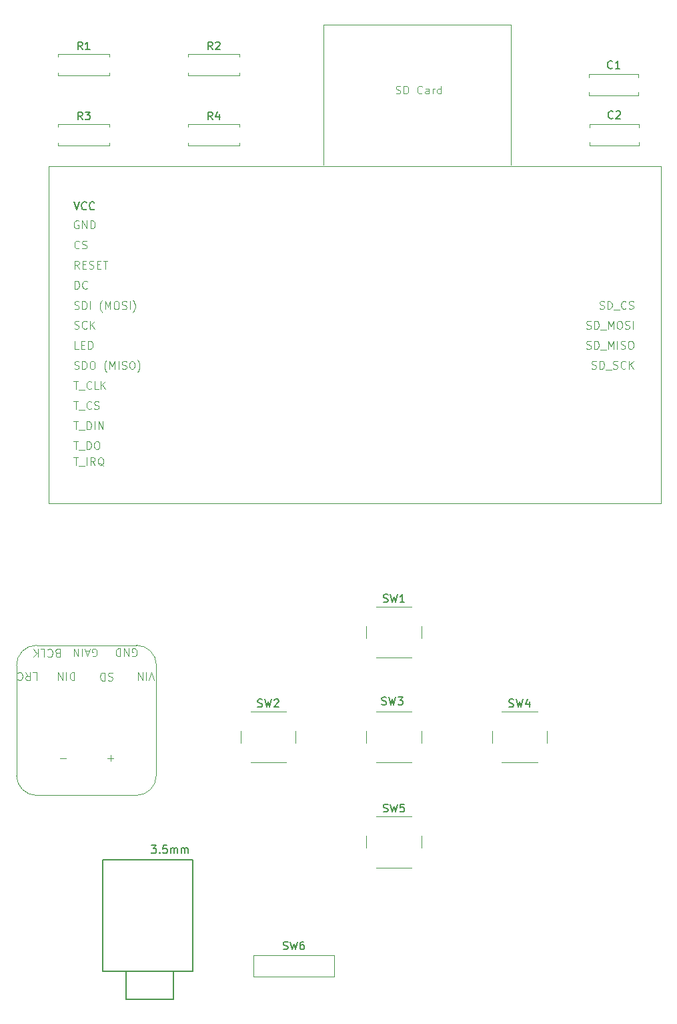
<source format=gbr>
%TF.GenerationSoftware,KiCad,Pcbnew,8.0.3*%
%TF.CreationDate,2024-08-23T11:34:52-06:00*%
%TF.ProjectId,MP3,4d50332e-6b69-4636-9164-5f7063625858,rev?*%
%TF.SameCoordinates,Original*%
%TF.FileFunction,Legend,Top*%
%TF.FilePolarity,Positive*%
%FSLAX46Y46*%
G04 Gerber Fmt 4.6, Leading zero omitted, Abs format (unit mm)*
G04 Created by KiCad (PCBNEW 8.0.3) date 2024-08-23 11:34:52*
%MOMM*%
%LPD*%
G01*
G04 APERTURE LIST*
%ADD10C,0.100000*%
%ADD11C,0.150000*%
%ADD12C,0.120000*%
%ADD13C,0.127000*%
%ADD14C,0.050000*%
G04 APERTURE END LIST*
D10*
X169220000Y-27193300D02*
X169220000Y-44953300D01*
X145410000Y-44953300D02*
X145400000Y-27173300D01*
X145400000Y-27173300D02*
X169220000Y-27193300D01*
X154586265Y-35888100D02*
X154729122Y-35935719D01*
X154729122Y-35935719D02*
X154967217Y-35935719D01*
X154967217Y-35935719D02*
X155062455Y-35888100D01*
X155062455Y-35888100D02*
X155110074Y-35840480D01*
X155110074Y-35840480D02*
X155157693Y-35745242D01*
X155157693Y-35745242D02*
X155157693Y-35650004D01*
X155157693Y-35650004D02*
X155110074Y-35554766D01*
X155110074Y-35554766D02*
X155062455Y-35507147D01*
X155062455Y-35507147D02*
X154967217Y-35459528D01*
X154967217Y-35459528D02*
X154776741Y-35411909D01*
X154776741Y-35411909D02*
X154681503Y-35364290D01*
X154681503Y-35364290D02*
X154633884Y-35316671D01*
X154633884Y-35316671D02*
X154586265Y-35221433D01*
X154586265Y-35221433D02*
X154586265Y-35126195D01*
X154586265Y-35126195D02*
X154633884Y-35030957D01*
X154633884Y-35030957D02*
X154681503Y-34983338D01*
X154681503Y-34983338D02*
X154776741Y-34935719D01*
X154776741Y-34935719D02*
X155014836Y-34935719D01*
X155014836Y-34935719D02*
X155157693Y-34983338D01*
X155586265Y-35935719D02*
X155586265Y-34935719D01*
X155586265Y-34935719D02*
X155824360Y-34935719D01*
X155824360Y-34935719D02*
X155967217Y-34983338D01*
X155967217Y-34983338D02*
X156062455Y-35078576D01*
X156062455Y-35078576D02*
X156110074Y-35173814D01*
X156110074Y-35173814D02*
X156157693Y-35364290D01*
X156157693Y-35364290D02*
X156157693Y-35507147D01*
X156157693Y-35507147D02*
X156110074Y-35697623D01*
X156110074Y-35697623D02*
X156062455Y-35792861D01*
X156062455Y-35792861D02*
X155967217Y-35888100D01*
X155967217Y-35888100D02*
X155824360Y-35935719D01*
X155824360Y-35935719D02*
X155586265Y-35935719D01*
X157919598Y-35840480D02*
X157871979Y-35888100D01*
X157871979Y-35888100D02*
X157729122Y-35935719D01*
X157729122Y-35935719D02*
X157633884Y-35935719D01*
X157633884Y-35935719D02*
X157491027Y-35888100D01*
X157491027Y-35888100D02*
X157395789Y-35792861D01*
X157395789Y-35792861D02*
X157348170Y-35697623D01*
X157348170Y-35697623D02*
X157300551Y-35507147D01*
X157300551Y-35507147D02*
X157300551Y-35364290D01*
X157300551Y-35364290D02*
X157348170Y-35173814D01*
X157348170Y-35173814D02*
X157395789Y-35078576D01*
X157395789Y-35078576D02*
X157491027Y-34983338D01*
X157491027Y-34983338D02*
X157633884Y-34935719D01*
X157633884Y-34935719D02*
X157729122Y-34935719D01*
X157729122Y-34935719D02*
X157871979Y-34983338D01*
X157871979Y-34983338D02*
X157919598Y-35030957D01*
X158776741Y-35935719D02*
X158776741Y-35411909D01*
X158776741Y-35411909D02*
X158729122Y-35316671D01*
X158729122Y-35316671D02*
X158633884Y-35269052D01*
X158633884Y-35269052D02*
X158443408Y-35269052D01*
X158443408Y-35269052D02*
X158348170Y-35316671D01*
X158776741Y-35888100D02*
X158681503Y-35935719D01*
X158681503Y-35935719D02*
X158443408Y-35935719D01*
X158443408Y-35935719D02*
X158348170Y-35888100D01*
X158348170Y-35888100D02*
X158300551Y-35792861D01*
X158300551Y-35792861D02*
X158300551Y-35697623D01*
X158300551Y-35697623D02*
X158348170Y-35602385D01*
X158348170Y-35602385D02*
X158443408Y-35554766D01*
X158443408Y-35554766D02*
X158681503Y-35554766D01*
X158681503Y-35554766D02*
X158776741Y-35507147D01*
X159252932Y-35935719D02*
X159252932Y-35269052D01*
X159252932Y-35459528D02*
X159300551Y-35364290D01*
X159300551Y-35364290D02*
X159348170Y-35316671D01*
X159348170Y-35316671D02*
X159443408Y-35269052D01*
X159443408Y-35269052D02*
X159538646Y-35269052D01*
X160300551Y-35935719D02*
X160300551Y-34935719D01*
X160300551Y-35888100D02*
X160205313Y-35935719D01*
X160205313Y-35935719D02*
X160014837Y-35935719D01*
X160014837Y-35935719D02*
X159919599Y-35888100D01*
X159919599Y-35888100D02*
X159871980Y-35840480D01*
X159871980Y-35840480D02*
X159824361Y-35745242D01*
X159824361Y-35745242D02*
X159824361Y-35459528D01*
X159824361Y-35459528D02*
X159871980Y-35364290D01*
X159871980Y-35364290D02*
X159919599Y-35316671D01*
X159919599Y-35316671D02*
X160014837Y-35269052D01*
X160014837Y-35269052D02*
X160205313Y-35269052D01*
X160205313Y-35269052D02*
X160300551Y-35316671D01*
D11*
X114793333Y-39228119D02*
X114460000Y-38751928D01*
X114221905Y-39228119D02*
X114221905Y-38228119D01*
X114221905Y-38228119D02*
X114602857Y-38228119D01*
X114602857Y-38228119D02*
X114698095Y-38275738D01*
X114698095Y-38275738D02*
X114745714Y-38323357D01*
X114745714Y-38323357D02*
X114793333Y-38418595D01*
X114793333Y-38418595D02*
X114793333Y-38561452D01*
X114793333Y-38561452D02*
X114745714Y-38656690D01*
X114745714Y-38656690D02*
X114698095Y-38704309D01*
X114698095Y-38704309D02*
X114602857Y-38751928D01*
X114602857Y-38751928D02*
X114221905Y-38751928D01*
X115126667Y-38228119D02*
X115745714Y-38228119D01*
X115745714Y-38228119D02*
X115412381Y-38609071D01*
X115412381Y-38609071D02*
X115555238Y-38609071D01*
X115555238Y-38609071D02*
X115650476Y-38656690D01*
X115650476Y-38656690D02*
X115698095Y-38704309D01*
X115698095Y-38704309D02*
X115745714Y-38799547D01*
X115745714Y-38799547D02*
X115745714Y-39037642D01*
X115745714Y-39037642D02*
X115698095Y-39132880D01*
X115698095Y-39132880D02*
X115650476Y-39180500D01*
X115650476Y-39180500D02*
X115555238Y-39228119D01*
X115555238Y-39228119D02*
X115269524Y-39228119D01*
X115269524Y-39228119D02*
X115174286Y-39180500D01*
X115174286Y-39180500D02*
X115126667Y-39132880D01*
X131303333Y-39228119D02*
X130970000Y-38751928D01*
X130731905Y-39228119D02*
X130731905Y-38228119D01*
X130731905Y-38228119D02*
X131112857Y-38228119D01*
X131112857Y-38228119D02*
X131208095Y-38275738D01*
X131208095Y-38275738D02*
X131255714Y-38323357D01*
X131255714Y-38323357D02*
X131303333Y-38418595D01*
X131303333Y-38418595D02*
X131303333Y-38561452D01*
X131303333Y-38561452D02*
X131255714Y-38656690D01*
X131255714Y-38656690D02*
X131208095Y-38704309D01*
X131208095Y-38704309D02*
X131112857Y-38751928D01*
X131112857Y-38751928D02*
X130731905Y-38751928D01*
X132160476Y-38561452D02*
X132160476Y-39228119D01*
X131922381Y-38180500D02*
X131684286Y-38894785D01*
X131684286Y-38894785D02*
X132303333Y-38894785D01*
X123534048Y-131253119D02*
X124153095Y-131253119D01*
X124153095Y-131253119D02*
X123819762Y-131634071D01*
X123819762Y-131634071D02*
X123962619Y-131634071D01*
X123962619Y-131634071D02*
X124057857Y-131681690D01*
X124057857Y-131681690D02*
X124105476Y-131729309D01*
X124105476Y-131729309D02*
X124153095Y-131824547D01*
X124153095Y-131824547D02*
X124153095Y-132062642D01*
X124153095Y-132062642D02*
X124105476Y-132157880D01*
X124105476Y-132157880D02*
X124057857Y-132205500D01*
X124057857Y-132205500D02*
X123962619Y-132253119D01*
X123962619Y-132253119D02*
X123676905Y-132253119D01*
X123676905Y-132253119D02*
X123581667Y-132205500D01*
X123581667Y-132205500D02*
X123534048Y-132157880D01*
X124581667Y-132157880D02*
X124629286Y-132205500D01*
X124629286Y-132205500D02*
X124581667Y-132253119D01*
X124581667Y-132253119D02*
X124534048Y-132205500D01*
X124534048Y-132205500D02*
X124581667Y-132157880D01*
X124581667Y-132157880D02*
X124581667Y-132253119D01*
X125534047Y-131253119D02*
X125057857Y-131253119D01*
X125057857Y-131253119D02*
X125010238Y-131729309D01*
X125010238Y-131729309D02*
X125057857Y-131681690D01*
X125057857Y-131681690D02*
X125153095Y-131634071D01*
X125153095Y-131634071D02*
X125391190Y-131634071D01*
X125391190Y-131634071D02*
X125486428Y-131681690D01*
X125486428Y-131681690D02*
X125534047Y-131729309D01*
X125534047Y-131729309D02*
X125581666Y-131824547D01*
X125581666Y-131824547D02*
X125581666Y-132062642D01*
X125581666Y-132062642D02*
X125534047Y-132157880D01*
X125534047Y-132157880D02*
X125486428Y-132205500D01*
X125486428Y-132205500D02*
X125391190Y-132253119D01*
X125391190Y-132253119D02*
X125153095Y-132253119D01*
X125153095Y-132253119D02*
X125057857Y-132205500D01*
X125057857Y-132205500D02*
X125010238Y-132157880D01*
X126010238Y-132253119D02*
X126010238Y-131586452D01*
X126010238Y-131681690D02*
X126057857Y-131634071D01*
X126057857Y-131634071D02*
X126153095Y-131586452D01*
X126153095Y-131586452D02*
X126295952Y-131586452D01*
X126295952Y-131586452D02*
X126391190Y-131634071D01*
X126391190Y-131634071D02*
X126438809Y-131729309D01*
X126438809Y-131729309D02*
X126438809Y-132253119D01*
X126438809Y-131729309D02*
X126486428Y-131634071D01*
X126486428Y-131634071D02*
X126581666Y-131586452D01*
X126581666Y-131586452D02*
X126724523Y-131586452D01*
X126724523Y-131586452D02*
X126819762Y-131634071D01*
X126819762Y-131634071D02*
X126867381Y-131729309D01*
X126867381Y-131729309D02*
X126867381Y-132253119D01*
X127343571Y-132253119D02*
X127343571Y-131586452D01*
X127343571Y-131681690D02*
X127391190Y-131634071D01*
X127391190Y-131634071D02*
X127486428Y-131586452D01*
X127486428Y-131586452D02*
X127629285Y-131586452D01*
X127629285Y-131586452D02*
X127724523Y-131634071D01*
X127724523Y-131634071D02*
X127772142Y-131729309D01*
X127772142Y-131729309D02*
X127772142Y-132253119D01*
X127772142Y-131729309D02*
X127819761Y-131634071D01*
X127819761Y-131634071D02*
X127914999Y-131586452D01*
X127914999Y-131586452D02*
X128057856Y-131586452D01*
X128057856Y-131586452D02*
X128153095Y-131634071D01*
X128153095Y-131634071D02*
X128200714Y-131729309D01*
X128200714Y-131729309D02*
X128200714Y-132253119D01*
X114793333Y-30338119D02*
X114460000Y-29861928D01*
X114221905Y-30338119D02*
X114221905Y-29338119D01*
X114221905Y-29338119D02*
X114602857Y-29338119D01*
X114602857Y-29338119D02*
X114698095Y-29385738D01*
X114698095Y-29385738D02*
X114745714Y-29433357D01*
X114745714Y-29433357D02*
X114793333Y-29528595D01*
X114793333Y-29528595D02*
X114793333Y-29671452D01*
X114793333Y-29671452D02*
X114745714Y-29766690D01*
X114745714Y-29766690D02*
X114698095Y-29814309D01*
X114698095Y-29814309D02*
X114602857Y-29861928D01*
X114602857Y-29861928D02*
X114221905Y-29861928D01*
X115745714Y-30338119D02*
X115174286Y-30338119D01*
X115460000Y-30338119D02*
X115460000Y-29338119D01*
X115460000Y-29338119D02*
X115364762Y-29480976D01*
X115364762Y-29480976D02*
X115269524Y-29576214D01*
X115269524Y-29576214D02*
X115174286Y-29623833D01*
D10*
X113676025Y-72398606D02*
X114247453Y-72398606D01*
X113961739Y-73398606D02*
X113961739Y-72398606D01*
X114342692Y-73493844D02*
X115104596Y-73493844D01*
X115914120Y-73303367D02*
X115866501Y-73350987D01*
X115866501Y-73350987D02*
X115723644Y-73398606D01*
X115723644Y-73398606D02*
X115628406Y-73398606D01*
X115628406Y-73398606D02*
X115485549Y-73350987D01*
X115485549Y-73350987D02*
X115390311Y-73255748D01*
X115390311Y-73255748D02*
X115342692Y-73160510D01*
X115342692Y-73160510D02*
X115295073Y-72970034D01*
X115295073Y-72970034D02*
X115295073Y-72827177D01*
X115295073Y-72827177D02*
X115342692Y-72636701D01*
X115342692Y-72636701D02*
X115390311Y-72541463D01*
X115390311Y-72541463D02*
X115485549Y-72446225D01*
X115485549Y-72446225D02*
X115628406Y-72398606D01*
X115628406Y-72398606D02*
X115723644Y-72398606D01*
X115723644Y-72398606D02*
X115866501Y-72446225D01*
X115866501Y-72446225D02*
X115914120Y-72493844D01*
X116818882Y-73398606D02*
X116342692Y-73398606D01*
X116342692Y-73398606D02*
X116342692Y-72398606D01*
X117152216Y-73398606D02*
X117152216Y-72398606D01*
X117723644Y-73398606D02*
X117295073Y-72827177D01*
X117723644Y-72398606D02*
X117152216Y-72970034D01*
X113676025Y-80023606D02*
X114247453Y-80023606D01*
X113961739Y-81023606D02*
X113961739Y-80023606D01*
X114342692Y-81118844D02*
X115104596Y-81118844D01*
X115342692Y-81023606D02*
X115342692Y-80023606D01*
X115342692Y-80023606D02*
X115580787Y-80023606D01*
X115580787Y-80023606D02*
X115723644Y-80071225D01*
X115723644Y-80071225D02*
X115818882Y-80166463D01*
X115818882Y-80166463D02*
X115866501Y-80261701D01*
X115866501Y-80261701D02*
X115914120Y-80452177D01*
X115914120Y-80452177D02*
X115914120Y-80595034D01*
X115914120Y-80595034D02*
X115866501Y-80785510D01*
X115866501Y-80785510D02*
X115818882Y-80880748D01*
X115818882Y-80880748D02*
X115723644Y-80975987D01*
X115723644Y-80975987D02*
X115580787Y-81023606D01*
X115580787Y-81023606D02*
X115342692Y-81023606D01*
X116533168Y-80023606D02*
X116723644Y-80023606D01*
X116723644Y-80023606D02*
X116818882Y-80071225D01*
X116818882Y-80071225D02*
X116914120Y-80166463D01*
X116914120Y-80166463D02*
X116961739Y-80356939D01*
X116961739Y-80356939D02*
X116961739Y-80690272D01*
X116961739Y-80690272D02*
X116914120Y-80880748D01*
X116914120Y-80880748D02*
X116818882Y-80975987D01*
X116818882Y-80975987D02*
X116723644Y-81023606D01*
X116723644Y-81023606D02*
X116533168Y-81023606D01*
X116533168Y-81023606D02*
X116437930Y-80975987D01*
X116437930Y-80975987D02*
X116342692Y-80880748D01*
X116342692Y-80880748D02*
X116295073Y-80690272D01*
X116295073Y-80690272D02*
X116295073Y-80356939D01*
X116295073Y-80356939D02*
X116342692Y-80166463D01*
X116342692Y-80166463D02*
X116437930Y-80071225D01*
X116437930Y-80071225D02*
X116533168Y-80023606D01*
X113676025Y-82048606D02*
X114247453Y-82048606D01*
X113961739Y-83048606D02*
X113961739Y-82048606D01*
X114342692Y-83143844D02*
X115104596Y-83143844D01*
X115342692Y-83048606D02*
X115342692Y-82048606D01*
X116390310Y-83048606D02*
X116056977Y-82572415D01*
X115818882Y-83048606D02*
X115818882Y-82048606D01*
X115818882Y-82048606D02*
X116199834Y-82048606D01*
X116199834Y-82048606D02*
X116295072Y-82096225D01*
X116295072Y-82096225D02*
X116342691Y-82143844D01*
X116342691Y-82143844D02*
X116390310Y-82239082D01*
X116390310Y-82239082D02*
X116390310Y-82381939D01*
X116390310Y-82381939D02*
X116342691Y-82477177D01*
X116342691Y-82477177D02*
X116295072Y-82524796D01*
X116295072Y-82524796D02*
X116199834Y-82572415D01*
X116199834Y-82572415D02*
X115818882Y-82572415D01*
X117485548Y-83143844D02*
X117390310Y-83096225D01*
X117390310Y-83096225D02*
X117295072Y-83000987D01*
X117295072Y-83000987D02*
X117152215Y-82858129D01*
X117152215Y-82858129D02*
X117056977Y-82810510D01*
X117056977Y-82810510D02*
X116961739Y-82810510D01*
X117009358Y-83048606D02*
X116914120Y-83000987D01*
X116914120Y-83000987D02*
X116818882Y-82905748D01*
X116818882Y-82905748D02*
X116771263Y-82715272D01*
X116771263Y-82715272D02*
X116771263Y-82381939D01*
X116771263Y-82381939D02*
X116818882Y-82191463D01*
X116818882Y-82191463D02*
X116914120Y-82096225D01*
X116914120Y-82096225D02*
X117009358Y-82048606D01*
X117009358Y-82048606D02*
X117199834Y-82048606D01*
X117199834Y-82048606D02*
X117295072Y-82096225D01*
X117295072Y-82096225D02*
X117390310Y-82191463D01*
X117390310Y-82191463D02*
X117437929Y-82381939D01*
X117437929Y-82381939D02*
X117437929Y-82715272D01*
X117437929Y-82715272D02*
X117390310Y-82905748D01*
X117390310Y-82905748D02*
X117295072Y-83000987D01*
X117295072Y-83000987D02*
X117199834Y-83048606D01*
X117199834Y-83048606D02*
X117009358Y-83048606D01*
X114365310Y-58123606D02*
X114031977Y-57647415D01*
X113793882Y-58123606D02*
X113793882Y-57123606D01*
X113793882Y-57123606D02*
X114174834Y-57123606D01*
X114174834Y-57123606D02*
X114270072Y-57171225D01*
X114270072Y-57171225D02*
X114317691Y-57218844D01*
X114317691Y-57218844D02*
X114365310Y-57314082D01*
X114365310Y-57314082D02*
X114365310Y-57456939D01*
X114365310Y-57456939D02*
X114317691Y-57552177D01*
X114317691Y-57552177D02*
X114270072Y-57599796D01*
X114270072Y-57599796D02*
X114174834Y-57647415D01*
X114174834Y-57647415D02*
X113793882Y-57647415D01*
X114793882Y-57599796D02*
X115127215Y-57599796D01*
X115270072Y-58123606D02*
X114793882Y-58123606D01*
X114793882Y-58123606D02*
X114793882Y-57123606D01*
X114793882Y-57123606D02*
X115270072Y-57123606D01*
X115651025Y-58075987D02*
X115793882Y-58123606D01*
X115793882Y-58123606D02*
X116031977Y-58123606D01*
X116031977Y-58123606D02*
X116127215Y-58075987D01*
X116127215Y-58075987D02*
X116174834Y-58028367D01*
X116174834Y-58028367D02*
X116222453Y-57933129D01*
X116222453Y-57933129D02*
X116222453Y-57837891D01*
X116222453Y-57837891D02*
X116174834Y-57742653D01*
X116174834Y-57742653D02*
X116127215Y-57695034D01*
X116127215Y-57695034D02*
X116031977Y-57647415D01*
X116031977Y-57647415D02*
X115841501Y-57599796D01*
X115841501Y-57599796D02*
X115746263Y-57552177D01*
X115746263Y-57552177D02*
X115698644Y-57504558D01*
X115698644Y-57504558D02*
X115651025Y-57409320D01*
X115651025Y-57409320D02*
X115651025Y-57314082D01*
X115651025Y-57314082D02*
X115698644Y-57218844D01*
X115698644Y-57218844D02*
X115746263Y-57171225D01*
X115746263Y-57171225D02*
X115841501Y-57123606D01*
X115841501Y-57123606D02*
X116079596Y-57123606D01*
X116079596Y-57123606D02*
X116222453Y-57171225D01*
X116651025Y-57599796D02*
X116984358Y-57599796D01*
X117127215Y-58123606D02*
X116651025Y-58123606D01*
X116651025Y-58123606D02*
X116651025Y-57123606D01*
X116651025Y-57123606D02*
X117127215Y-57123606D01*
X117412930Y-57123606D02*
X117984358Y-57123606D01*
X117698644Y-58123606D02*
X117698644Y-57123606D01*
X113676025Y-74923606D02*
X114247453Y-74923606D01*
X113961739Y-75923606D02*
X113961739Y-74923606D01*
X114342692Y-76018844D02*
X115104596Y-76018844D01*
X115914120Y-75828367D02*
X115866501Y-75875987D01*
X115866501Y-75875987D02*
X115723644Y-75923606D01*
X115723644Y-75923606D02*
X115628406Y-75923606D01*
X115628406Y-75923606D02*
X115485549Y-75875987D01*
X115485549Y-75875987D02*
X115390311Y-75780748D01*
X115390311Y-75780748D02*
X115342692Y-75685510D01*
X115342692Y-75685510D02*
X115295073Y-75495034D01*
X115295073Y-75495034D02*
X115295073Y-75352177D01*
X115295073Y-75352177D02*
X115342692Y-75161701D01*
X115342692Y-75161701D02*
X115390311Y-75066463D01*
X115390311Y-75066463D02*
X115485549Y-74971225D01*
X115485549Y-74971225D02*
X115628406Y-74923606D01*
X115628406Y-74923606D02*
X115723644Y-74923606D01*
X115723644Y-74923606D02*
X115866501Y-74971225D01*
X115866501Y-74971225D02*
X115914120Y-75018844D01*
X116295073Y-75875987D02*
X116437930Y-75923606D01*
X116437930Y-75923606D02*
X116676025Y-75923606D01*
X116676025Y-75923606D02*
X116771263Y-75875987D01*
X116771263Y-75875987D02*
X116818882Y-75828367D01*
X116818882Y-75828367D02*
X116866501Y-75733129D01*
X116866501Y-75733129D02*
X116866501Y-75637891D01*
X116866501Y-75637891D02*
X116818882Y-75542653D01*
X116818882Y-75542653D02*
X116771263Y-75495034D01*
X116771263Y-75495034D02*
X116676025Y-75447415D01*
X116676025Y-75447415D02*
X116485549Y-75399796D01*
X116485549Y-75399796D02*
X116390311Y-75352177D01*
X116390311Y-75352177D02*
X116342692Y-75304558D01*
X116342692Y-75304558D02*
X116295073Y-75209320D01*
X116295073Y-75209320D02*
X116295073Y-75114082D01*
X116295073Y-75114082D02*
X116342692Y-75018844D01*
X116342692Y-75018844D02*
X116390311Y-74971225D01*
X116390311Y-74971225D02*
X116485549Y-74923606D01*
X116485549Y-74923606D02*
X116723644Y-74923606D01*
X116723644Y-74923606D02*
X116866501Y-74971225D01*
D11*
X113733920Y-49646006D02*
X114067253Y-50646006D01*
X114067253Y-50646006D02*
X114400586Y-49646006D01*
X115305348Y-50550767D02*
X115257729Y-50598387D01*
X115257729Y-50598387D02*
X115114872Y-50646006D01*
X115114872Y-50646006D02*
X115019634Y-50646006D01*
X115019634Y-50646006D02*
X114876777Y-50598387D01*
X114876777Y-50598387D02*
X114781539Y-50503148D01*
X114781539Y-50503148D02*
X114733920Y-50407910D01*
X114733920Y-50407910D02*
X114686301Y-50217434D01*
X114686301Y-50217434D02*
X114686301Y-50074577D01*
X114686301Y-50074577D02*
X114733920Y-49884101D01*
X114733920Y-49884101D02*
X114781539Y-49788863D01*
X114781539Y-49788863D02*
X114876777Y-49693625D01*
X114876777Y-49693625D02*
X115019634Y-49646006D01*
X115019634Y-49646006D02*
X115114872Y-49646006D01*
X115114872Y-49646006D02*
X115257729Y-49693625D01*
X115257729Y-49693625D02*
X115305348Y-49741244D01*
X116305348Y-50550767D02*
X116257729Y-50598387D01*
X116257729Y-50598387D02*
X116114872Y-50646006D01*
X116114872Y-50646006D02*
X116019634Y-50646006D01*
X116019634Y-50646006D02*
X115876777Y-50598387D01*
X115876777Y-50598387D02*
X115781539Y-50503148D01*
X115781539Y-50503148D02*
X115733920Y-50407910D01*
X115733920Y-50407910D02*
X115686301Y-50217434D01*
X115686301Y-50217434D02*
X115686301Y-50074577D01*
X115686301Y-50074577D02*
X115733920Y-49884101D01*
X115733920Y-49884101D02*
X115781539Y-49788863D01*
X115781539Y-49788863D02*
X115876777Y-49693625D01*
X115876777Y-49693625D02*
X116019634Y-49646006D01*
X116019634Y-49646006D02*
X116114872Y-49646006D01*
X116114872Y-49646006D02*
X116257729Y-49693625D01*
X116257729Y-49693625D02*
X116305348Y-49741244D01*
D10*
X113771263Y-65700987D02*
X113914120Y-65748606D01*
X113914120Y-65748606D02*
X114152215Y-65748606D01*
X114152215Y-65748606D02*
X114247453Y-65700987D01*
X114247453Y-65700987D02*
X114295072Y-65653367D01*
X114295072Y-65653367D02*
X114342691Y-65558129D01*
X114342691Y-65558129D02*
X114342691Y-65462891D01*
X114342691Y-65462891D02*
X114295072Y-65367653D01*
X114295072Y-65367653D02*
X114247453Y-65320034D01*
X114247453Y-65320034D02*
X114152215Y-65272415D01*
X114152215Y-65272415D02*
X113961739Y-65224796D01*
X113961739Y-65224796D02*
X113866501Y-65177177D01*
X113866501Y-65177177D02*
X113818882Y-65129558D01*
X113818882Y-65129558D02*
X113771263Y-65034320D01*
X113771263Y-65034320D02*
X113771263Y-64939082D01*
X113771263Y-64939082D02*
X113818882Y-64843844D01*
X113818882Y-64843844D02*
X113866501Y-64796225D01*
X113866501Y-64796225D02*
X113961739Y-64748606D01*
X113961739Y-64748606D02*
X114199834Y-64748606D01*
X114199834Y-64748606D02*
X114342691Y-64796225D01*
X115342691Y-65653367D02*
X115295072Y-65700987D01*
X115295072Y-65700987D02*
X115152215Y-65748606D01*
X115152215Y-65748606D02*
X115056977Y-65748606D01*
X115056977Y-65748606D02*
X114914120Y-65700987D01*
X114914120Y-65700987D02*
X114818882Y-65605748D01*
X114818882Y-65605748D02*
X114771263Y-65510510D01*
X114771263Y-65510510D02*
X114723644Y-65320034D01*
X114723644Y-65320034D02*
X114723644Y-65177177D01*
X114723644Y-65177177D02*
X114771263Y-64986701D01*
X114771263Y-64986701D02*
X114818882Y-64891463D01*
X114818882Y-64891463D02*
X114914120Y-64796225D01*
X114914120Y-64796225D02*
X115056977Y-64748606D01*
X115056977Y-64748606D02*
X115152215Y-64748606D01*
X115152215Y-64748606D02*
X115295072Y-64796225D01*
X115295072Y-64796225D02*
X115342691Y-64843844D01*
X115771263Y-65748606D02*
X115771263Y-64748606D01*
X116342691Y-65748606D02*
X115914120Y-65177177D01*
X116342691Y-64748606D02*
X115771263Y-65320034D01*
X178779597Y-68242653D02*
X178922454Y-68290272D01*
X178922454Y-68290272D02*
X179160549Y-68290272D01*
X179160549Y-68290272D02*
X179255787Y-68242653D01*
X179255787Y-68242653D02*
X179303406Y-68195033D01*
X179303406Y-68195033D02*
X179351025Y-68099795D01*
X179351025Y-68099795D02*
X179351025Y-68004557D01*
X179351025Y-68004557D02*
X179303406Y-67909319D01*
X179303406Y-67909319D02*
X179255787Y-67861700D01*
X179255787Y-67861700D02*
X179160549Y-67814081D01*
X179160549Y-67814081D02*
X178970073Y-67766462D01*
X178970073Y-67766462D02*
X178874835Y-67718843D01*
X178874835Y-67718843D02*
X178827216Y-67671224D01*
X178827216Y-67671224D02*
X178779597Y-67575986D01*
X178779597Y-67575986D02*
X178779597Y-67480748D01*
X178779597Y-67480748D02*
X178827216Y-67385510D01*
X178827216Y-67385510D02*
X178874835Y-67337891D01*
X178874835Y-67337891D02*
X178970073Y-67290272D01*
X178970073Y-67290272D02*
X179208168Y-67290272D01*
X179208168Y-67290272D02*
X179351025Y-67337891D01*
X179779597Y-68290272D02*
X179779597Y-67290272D01*
X179779597Y-67290272D02*
X180017692Y-67290272D01*
X180017692Y-67290272D02*
X180160549Y-67337891D01*
X180160549Y-67337891D02*
X180255787Y-67433129D01*
X180255787Y-67433129D02*
X180303406Y-67528367D01*
X180303406Y-67528367D02*
X180351025Y-67718843D01*
X180351025Y-67718843D02*
X180351025Y-67861700D01*
X180351025Y-67861700D02*
X180303406Y-68052176D01*
X180303406Y-68052176D02*
X180255787Y-68147414D01*
X180255787Y-68147414D02*
X180160549Y-68242653D01*
X180160549Y-68242653D02*
X180017692Y-68290272D01*
X180017692Y-68290272D02*
X179779597Y-68290272D01*
X180541502Y-68385510D02*
X181303406Y-68385510D01*
X181541502Y-68290272D02*
X181541502Y-67290272D01*
X181541502Y-67290272D02*
X181874835Y-68004557D01*
X181874835Y-68004557D02*
X182208168Y-67290272D01*
X182208168Y-67290272D02*
X182208168Y-68290272D01*
X182684359Y-68290272D02*
X182684359Y-67290272D01*
X183112930Y-68242653D02*
X183255787Y-68290272D01*
X183255787Y-68290272D02*
X183493882Y-68290272D01*
X183493882Y-68290272D02*
X183589120Y-68242653D01*
X183589120Y-68242653D02*
X183636739Y-68195033D01*
X183636739Y-68195033D02*
X183684358Y-68099795D01*
X183684358Y-68099795D02*
X183684358Y-68004557D01*
X183684358Y-68004557D02*
X183636739Y-67909319D01*
X183636739Y-67909319D02*
X183589120Y-67861700D01*
X183589120Y-67861700D02*
X183493882Y-67814081D01*
X183493882Y-67814081D02*
X183303406Y-67766462D01*
X183303406Y-67766462D02*
X183208168Y-67718843D01*
X183208168Y-67718843D02*
X183160549Y-67671224D01*
X183160549Y-67671224D02*
X183112930Y-67575986D01*
X183112930Y-67575986D02*
X183112930Y-67480748D01*
X183112930Y-67480748D02*
X183160549Y-67385510D01*
X183160549Y-67385510D02*
X183208168Y-67337891D01*
X183208168Y-67337891D02*
X183303406Y-67290272D01*
X183303406Y-67290272D02*
X183541501Y-67290272D01*
X183541501Y-67290272D02*
X183684358Y-67337891D01*
X184303406Y-67290272D02*
X184493882Y-67290272D01*
X184493882Y-67290272D02*
X184589120Y-67337891D01*
X184589120Y-67337891D02*
X184684358Y-67433129D01*
X184684358Y-67433129D02*
X184731977Y-67623605D01*
X184731977Y-67623605D02*
X184731977Y-67956938D01*
X184731977Y-67956938D02*
X184684358Y-68147414D01*
X184684358Y-68147414D02*
X184589120Y-68242653D01*
X184589120Y-68242653D02*
X184493882Y-68290272D01*
X184493882Y-68290272D02*
X184303406Y-68290272D01*
X184303406Y-68290272D02*
X184208168Y-68242653D01*
X184208168Y-68242653D02*
X184112930Y-68147414D01*
X184112930Y-68147414D02*
X184065311Y-67956938D01*
X184065311Y-67956938D02*
X184065311Y-67623605D01*
X184065311Y-67623605D02*
X184112930Y-67433129D01*
X184112930Y-67433129D02*
X184208168Y-67337891D01*
X184208168Y-67337891D02*
X184303406Y-67290272D01*
X114292691Y-52071225D02*
X114197453Y-52023606D01*
X114197453Y-52023606D02*
X114054596Y-52023606D01*
X114054596Y-52023606D02*
X113911739Y-52071225D01*
X113911739Y-52071225D02*
X113816501Y-52166463D01*
X113816501Y-52166463D02*
X113768882Y-52261701D01*
X113768882Y-52261701D02*
X113721263Y-52452177D01*
X113721263Y-52452177D02*
X113721263Y-52595034D01*
X113721263Y-52595034D02*
X113768882Y-52785510D01*
X113768882Y-52785510D02*
X113816501Y-52880748D01*
X113816501Y-52880748D02*
X113911739Y-52975987D01*
X113911739Y-52975987D02*
X114054596Y-53023606D01*
X114054596Y-53023606D02*
X114149834Y-53023606D01*
X114149834Y-53023606D02*
X114292691Y-52975987D01*
X114292691Y-52975987D02*
X114340310Y-52928367D01*
X114340310Y-52928367D02*
X114340310Y-52595034D01*
X114340310Y-52595034D02*
X114149834Y-52595034D01*
X114768882Y-53023606D02*
X114768882Y-52023606D01*
X114768882Y-52023606D02*
X115340310Y-53023606D01*
X115340310Y-53023606D02*
X115340310Y-52023606D01*
X115816501Y-53023606D02*
X115816501Y-52023606D01*
X115816501Y-52023606D02*
X116054596Y-52023606D01*
X116054596Y-52023606D02*
X116197453Y-52071225D01*
X116197453Y-52071225D02*
X116292691Y-52166463D01*
X116292691Y-52166463D02*
X116340310Y-52261701D01*
X116340310Y-52261701D02*
X116387929Y-52452177D01*
X116387929Y-52452177D02*
X116387929Y-52595034D01*
X116387929Y-52595034D02*
X116340310Y-52785510D01*
X116340310Y-52785510D02*
X116292691Y-52880748D01*
X116292691Y-52880748D02*
X116197453Y-52975987D01*
X116197453Y-52975987D02*
X116054596Y-53023606D01*
X116054596Y-53023606D02*
X115816501Y-53023606D01*
X178779597Y-65709320D02*
X178922454Y-65756939D01*
X178922454Y-65756939D02*
X179160549Y-65756939D01*
X179160549Y-65756939D02*
X179255787Y-65709320D01*
X179255787Y-65709320D02*
X179303406Y-65661700D01*
X179303406Y-65661700D02*
X179351025Y-65566462D01*
X179351025Y-65566462D02*
X179351025Y-65471224D01*
X179351025Y-65471224D02*
X179303406Y-65375986D01*
X179303406Y-65375986D02*
X179255787Y-65328367D01*
X179255787Y-65328367D02*
X179160549Y-65280748D01*
X179160549Y-65280748D02*
X178970073Y-65233129D01*
X178970073Y-65233129D02*
X178874835Y-65185510D01*
X178874835Y-65185510D02*
X178827216Y-65137891D01*
X178827216Y-65137891D02*
X178779597Y-65042653D01*
X178779597Y-65042653D02*
X178779597Y-64947415D01*
X178779597Y-64947415D02*
X178827216Y-64852177D01*
X178827216Y-64852177D02*
X178874835Y-64804558D01*
X178874835Y-64804558D02*
X178970073Y-64756939D01*
X178970073Y-64756939D02*
X179208168Y-64756939D01*
X179208168Y-64756939D02*
X179351025Y-64804558D01*
X179779597Y-65756939D02*
X179779597Y-64756939D01*
X179779597Y-64756939D02*
X180017692Y-64756939D01*
X180017692Y-64756939D02*
X180160549Y-64804558D01*
X180160549Y-64804558D02*
X180255787Y-64899796D01*
X180255787Y-64899796D02*
X180303406Y-64995034D01*
X180303406Y-64995034D02*
X180351025Y-65185510D01*
X180351025Y-65185510D02*
X180351025Y-65328367D01*
X180351025Y-65328367D02*
X180303406Y-65518843D01*
X180303406Y-65518843D02*
X180255787Y-65614081D01*
X180255787Y-65614081D02*
X180160549Y-65709320D01*
X180160549Y-65709320D02*
X180017692Y-65756939D01*
X180017692Y-65756939D02*
X179779597Y-65756939D01*
X180541502Y-65852177D02*
X181303406Y-65852177D01*
X181541502Y-65756939D02*
X181541502Y-64756939D01*
X181541502Y-64756939D02*
X181874835Y-65471224D01*
X181874835Y-65471224D02*
X182208168Y-64756939D01*
X182208168Y-64756939D02*
X182208168Y-65756939D01*
X182874835Y-64756939D02*
X183065311Y-64756939D01*
X183065311Y-64756939D02*
X183160549Y-64804558D01*
X183160549Y-64804558D02*
X183255787Y-64899796D01*
X183255787Y-64899796D02*
X183303406Y-65090272D01*
X183303406Y-65090272D02*
X183303406Y-65423605D01*
X183303406Y-65423605D02*
X183255787Y-65614081D01*
X183255787Y-65614081D02*
X183160549Y-65709320D01*
X183160549Y-65709320D02*
X183065311Y-65756939D01*
X183065311Y-65756939D02*
X182874835Y-65756939D01*
X182874835Y-65756939D02*
X182779597Y-65709320D01*
X182779597Y-65709320D02*
X182684359Y-65614081D01*
X182684359Y-65614081D02*
X182636740Y-65423605D01*
X182636740Y-65423605D02*
X182636740Y-65090272D01*
X182636740Y-65090272D02*
X182684359Y-64899796D01*
X182684359Y-64899796D02*
X182779597Y-64804558D01*
X182779597Y-64804558D02*
X182874835Y-64756939D01*
X183684359Y-65709320D02*
X183827216Y-65756939D01*
X183827216Y-65756939D02*
X184065311Y-65756939D01*
X184065311Y-65756939D02*
X184160549Y-65709320D01*
X184160549Y-65709320D02*
X184208168Y-65661700D01*
X184208168Y-65661700D02*
X184255787Y-65566462D01*
X184255787Y-65566462D02*
X184255787Y-65471224D01*
X184255787Y-65471224D02*
X184208168Y-65375986D01*
X184208168Y-65375986D02*
X184160549Y-65328367D01*
X184160549Y-65328367D02*
X184065311Y-65280748D01*
X184065311Y-65280748D02*
X183874835Y-65233129D01*
X183874835Y-65233129D02*
X183779597Y-65185510D01*
X183779597Y-65185510D02*
X183731978Y-65137891D01*
X183731978Y-65137891D02*
X183684359Y-65042653D01*
X183684359Y-65042653D02*
X183684359Y-64947415D01*
X183684359Y-64947415D02*
X183731978Y-64852177D01*
X183731978Y-64852177D02*
X183779597Y-64804558D01*
X183779597Y-64804558D02*
X183874835Y-64756939D01*
X183874835Y-64756939D02*
X184112930Y-64756939D01*
X184112930Y-64756939D02*
X184255787Y-64804558D01*
X184684359Y-65756939D02*
X184684359Y-64756939D01*
X114295072Y-68298606D02*
X113818882Y-68298606D01*
X113818882Y-68298606D02*
X113818882Y-67298606D01*
X114628406Y-67774796D02*
X114961739Y-67774796D01*
X115104596Y-68298606D02*
X114628406Y-68298606D01*
X114628406Y-68298606D02*
X114628406Y-67298606D01*
X114628406Y-67298606D02*
X115104596Y-67298606D01*
X115533168Y-68298606D02*
X115533168Y-67298606D01*
X115533168Y-67298606D02*
X115771263Y-67298606D01*
X115771263Y-67298606D02*
X115914120Y-67346225D01*
X115914120Y-67346225D02*
X116009358Y-67441463D01*
X116009358Y-67441463D02*
X116056977Y-67536701D01*
X116056977Y-67536701D02*
X116104596Y-67727177D01*
X116104596Y-67727177D02*
X116104596Y-67870034D01*
X116104596Y-67870034D02*
X116056977Y-68060510D01*
X116056977Y-68060510D02*
X116009358Y-68155748D01*
X116009358Y-68155748D02*
X115914120Y-68250987D01*
X115914120Y-68250987D02*
X115771263Y-68298606D01*
X115771263Y-68298606D02*
X115533168Y-68298606D01*
X114390310Y-55478367D02*
X114342691Y-55525987D01*
X114342691Y-55525987D02*
X114199834Y-55573606D01*
X114199834Y-55573606D02*
X114104596Y-55573606D01*
X114104596Y-55573606D02*
X113961739Y-55525987D01*
X113961739Y-55525987D02*
X113866501Y-55430748D01*
X113866501Y-55430748D02*
X113818882Y-55335510D01*
X113818882Y-55335510D02*
X113771263Y-55145034D01*
X113771263Y-55145034D02*
X113771263Y-55002177D01*
X113771263Y-55002177D02*
X113818882Y-54811701D01*
X113818882Y-54811701D02*
X113866501Y-54716463D01*
X113866501Y-54716463D02*
X113961739Y-54621225D01*
X113961739Y-54621225D02*
X114104596Y-54573606D01*
X114104596Y-54573606D02*
X114199834Y-54573606D01*
X114199834Y-54573606D02*
X114342691Y-54621225D01*
X114342691Y-54621225D02*
X114390310Y-54668844D01*
X114771263Y-55525987D02*
X114914120Y-55573606D01*
X114914120Y-55573606D02*
X115152215Y-55573606D01*
X115152215Y-55573606D02*
X115247453Y-55525987D01*
X115247453Y-55525987D02*
X115295072Y-55478367D01*
X115295072Y-55478367D02*
X115342691Y-55383129D01*
X115342691Y-55383129D02*
X115342691Y-55287891D01*
X115342691Y-55287891D02*
X115295072Y-55192653D01*
X115295072Y-55192653D02*
X115247453Y-55145034D01*
X115247453Y-55145034D02*
X115152215Y-55097415D01*
X115152215Y-55097415D02*
X114961739Y-55049796D01*
X114961739Y-55049796D02*
X114866501Y-55002177D01*
X114866501Y-55002177D02*
X114818882Y-54954558D01*
X114818882Y-54954558D02*
X114771263Y-54859320D01*
X114771263Y-54859320D02*
X114771263Y-54764082D01*
X114771263Y-54764082D02*
X114818882Y-54668844D01*
X114818882Y-54668844D02*
X114866501Y-54621225D01*
X114866501Y-54621225D02*
X114961739Y-54573606D01*
X114961739Y-54573606D02*
X115199834Y-54573606D01*
X115199834Y-54573606D02*
X115342691Y-54621225D01*
X179446263Y-70775987D02*
X179589120Y-70823606D01*
X179589120Y-70823606D02*
X179827215Y-70823606D01*
X179827215Y-70823606D02*
X179922453Y-70775987D01*
X179922453Y-70775987D02*
X179970072Y-70728367D01*
X179970072Y-70728367D02*
X180017691Y-70633129D01*
X180017691Y-70633129D02*
X180017691Y-70537891D01*
X180017691Y-70537891D02*
X179970072Y-70442653D01*
X179970072Y-70442653D02*
X179922453Y-70395034D01*
X179922453Y-70395034D02*
X179827215Y-70347415D01*
X179827215Y-70347415D02*
X179636739Y-70299796D01*
X179636739Y-70299796D02*
X179541501Y-70252177D01*
X179541501Y-70252177D02*
X179493882Y-70204558D01*
X179493882Y-70204558D02*
X179446263Y-70109320D01*
X179446263Y-70109320D02*
X179446263Y-70014082D01*
X179446263Y-70014082D02*
X179493882Y-69918844D01*
X179493882Y-69918844D02*
X179541501Y-69871225D01*
X179541501Y-69871225D02*
X179636739Y-69823606D01*
X179636739Y-69823606D02*
X179874834Y-69823606D01*
X179874834Y-69823606D02*
X180017691Y-69871225D01*
X180446263Y-70823606D02*
X180446263Y-69823606D01*
X180446263Y-69823606D02*
X180684358Y-69823606D01*
X180684358Y-69823606D02*
X180827215Y-69871225D01*
X180827215Y-69871225D02*
X180922453Y-69966463D01*
X180922453Y-69966463D02*
X180970072Y-70061701D01*
X180970072Y-70061701D02*
X181017691Y-70252177D01*
X181017691Y-70252177D02*
X181017691Y-70395034D01*
X181017691Y-70395034D02*
X180970072Y-70585510D01*
X180970072Y-70585510D02*
X180922453Y-70680748D01*
X180922453Y-70680748D02*
X180827215Y-70775987D01*
X180827215Y-70775987D02*
X180684358Y-70823606D01*
X180684358Y-70823606D02*
X180446263Y-70823606D01*
X181208168Y-70918844D02*
X181970072Y-70918844D01*
X182160549Y-70775987D02*
X182303406Y-70823606D01*
X182303406Y-70823606D02*
X182541501Y-70823606D01*
X182541501Y-70823606D02*
X182636739Y-70775987D01*
X182636739Y-70775987D02*
X182684358Y-70728367D01*
X182684358Y-70728367D02*
X182731977Y-70633129D01*
X182731977Y-70633129D02*
X182731977Y-70537891D01*
X182731977Y-70537891D02*
X182684358Y-70442653D01*
X182684358Y-70442653D02*
X182636739Y-70395034D01*
X182636739Y-70395034D02*
X182541501Y-70347415D01*
X182541501Y-70347415D02*
X182351025Y-70299796D01*
X182351025Y-70299796D02*
X182255787Y-70252177D01*
X182255787Y-70252177D02*
X182208168Y-70204558D01*
X182208168Y-70204558D02*
X182160549Y-70109320D01*
X182160549Y-70109320D02*
X182160549Y-70014082D01*
X182160549Y-70014082D02*
X182208168Y-69918844D01*
X182208168Y-69918844D02*
X182255787Y-69871225D01*
X182255787Y-69871225D02*
X182351025Y-69823606D01*
X182351025Y-69823606D02*
X182589120Y-69823606D01*
X182589120Y-69823606D02*
X182731977Y-69871225D01*
X183731977Y-70728367D02*
X183684358Y-70775987D01*
X183684358Y-70775987D02*
X183541501Y-70823606D01*
X183541501Y-70823606D02*
X183446263Y-70823606D01*
X183446263Y-70823606D02*
X183303406Y-70775987D01*
X183303406Y-70775987D02*
X183208168Y-70680748D01*
X183208168Y-70680748D02*
X183160549Y-70585510D01*
X183160549Y-70585510D02*
X183112930Y-70395034D01*
X183112930Y-70395034D02*
X183112930Y-70252177D01*
X183112930Y-70252177D02*
X183160549Y-70061701D01*
X183160549Y-70061701D02*
X183208168Y-69966463D01*
X183208168Y-69966463D02*
X183303406Y-69871225D01*
X183303406Y-69871225D02*
X183446263Y-69823606D01*
X183446263Y-69823606D02*
X183541501Y-69823606D01*
X183541501Y-69823606D02*
X183684358Y-69871225D01*
X183684358Y-69871225D02*
X183731977Y-69918844D01*
X184160549Y-70823606D02*
X184160549Y-69823606D01*
X184731977Y-70823606D02*
X184303406Y-70252177D01*
X184731977Y-69823606D02*
X184160549Y-70395034D01*
X113818882Y-60673606D02*
X113818882Y-59673606D01*
X113818882Y-59673606D02*
X114056977Y-59673606D01*
X114056977Y-59673606D02*
X114199834Y-59721225D01*
X114199834Y-59721225D02*
X114295072Y-59816463D01*
X114295072Y-59816463D02*
X114342691Y-59911701D01*
X114342691Y-59911701D02*
X114390310Y-60102177D01*
X114390310Y-60102177D02*
X114390310Y-60245034D01*
X114390310Y-60245034D02*
X114342691Y-60435510D01*
X114342691Y-60435510D02*
X114295072Y-60530748D01*
X114295072Y-60530748D02*
X114199834Y-60625987D01*
X114199834Y-60625987D02*
X114056977Y-60673606D01*
X114056977Y-60673606D02*
X113818882Y-60673606D01*
X115390310Y-60578367D02*
X115342691Y-60625987D01*
X115342691Y-60625987D02*
X115199834Y-60673606D01*
X115199834Y-60673606D02*
X115104596Y-60673606D01*
X115104596Y-60673606D02*
X114961739Y-60625987D01*
X114961739Y-60625987D02*
X114866501Y-60530748D01*
X114866501Y-60530748D02*
X114818882Y-60435510D01*
X114818882Y-60435510D02*
X114771263Y-60245034D01*
X114771263Y-60245034D02*
X114771263Y-60102177D01*
X114771263Y-60102177D02*
X114818882Y-59911701D01*
X114818882Y-59911701D02*
X114866501Y-59816463D01*
X114866501Y-59816463D02*
X114961739Y-59721225D01*
X114961739Y-59721225D02*
X115104596Y-59673606D01*
X115104596Y-59673606D02*
X115199834Y-59673606D01*
X115199834Y-59673606D02*
X115342691Y-59721225D01*
X115342691Y-59721225D02*
X115390310Y-59768844D01*
X113676025Y-77498606D02*
X114247453Y-77498606D01*
X113961739Y-78498606D02*
X113961739Y-77498606D01*
X114342692Y-78593844D02*
X115104596Y-78593844D01*
X115342692Y-78498606D02*
X115342692Y-77498606D01*
X115342692Y-77498606D02*
X115580787Y-77498606D01*
X115580787Y-77498606D02*
X115723644Y-77546225D01*
X115723644Y-77546225D02*
X115818882Y-77641463D01*
X115818882Y-77641463D02*
X115866501Y-77736701D01*
X115866501Y-77736701D02*
X115914120Y-77927177D01*
X115914120Y-77927177D02*
X115914120Y-78070034D01*
X115914120Y-78070034D02*
X115866501Y-78260510D01*
X115866501Y-78260510D02*
X115818882Y-78355748D01*
X115818882Y-78355748D02*
X115723644Y-78450987D01*
X115723644Y-78450987D02*
X115580787Y-78498606D01*
X115580787Y-78498606D02*
X115342692Y-78498606D01*
X116342692Y-78498606D02*
X116342692Y-77498606D01*
X116818882Y-78498606D02*
X116818882Y-77498606D01*
X116818882Y-77498606D02*
X117390310Y-78498606D01*
X117390310Y-78498606D02*
X117390310Y-77498606D01*
X113771263Y-63200987D02*
X113914120Y-63248606D01*
X113914120Y-63248606D02*
X114152215Y-63248606D01*
X114152215Y-63248606D02*
X114247453Y-63200987D01*
X114247453Y-63200987D02*
X114295072Y-63153367D01*
X114295072Y-63153367D02*
X114342691Y-63058129D01*
X114342691Y-63058129D02*
X114342691Y-62962891D01*
X114342691Y-62962891D02*
X114295072Y-62867653D01*
X114295072Y-62867653D02*
X114247453Y-62820034D01*
X114247453Y-62820034D02*
X114152215Y-62772415D01*
X114152215Y-62772415D02*
X113961739Y-62724796D01*
X113961739Y-62724796D02*
X113866501Y-62677177D01*
X113866501Y-62677177D02*
X113818882Y-62629558D01*
X113818882Y-62629558D02*
X113771263Y-62534320D01*
X113771263Y-62534320D02*
X113771263Y-62439082D01*
X113771263Y-62439082D02*
X113818882Y-62343844D01*
X113818882Y-62343844D02*
X113866501Y-62296225D01*
X113866501Y-62296225D02*
X113961739Y-62248606D01*
X113961739Y-62248606D02*
X114199834Y-62248606D01*
X114199834Y-62248606D02*
X114342691Y-62296225D01*
X114771263Y-63248606D02*
X114771263Y-62248606D01*
X114771263Y-62248606D02*
X115009358Y-62248606D01*
X115009358Y-62248606D02*
X115152215Y-62296225D01*
X115152215Y-62296225D02*
X115247453Y-62391463D01*
X115247453Y-62391463D02*
X115295072Y-62486701D01*
X115295072Y-62486701D02*
X115342691Y-62677177D01*
X115342691Y-62677177D02*
X115342691Y-62820034D01*
X115342691Y-62820034D02*
X115295072Y-63010510D01*
X115295072Y-63010510D02*
X115247453Y-63105748D01*
X115247453Y-63105748D02*
X115152215Y-63200987D01*
X115152215Y-63200987D02*
X115009358Y-63248606D01*
X115009358Y-63248606D02*
X114771263Y-63248606D01*
X115771263Y-63248606D02*
X115771263Y-62248606D01*
X117295072Y-63629558D02*
X117247453Y-63581939D01*
X117247453Y-63581939D02*
X117152215Y-63439082D01*
X117152215Y-63439082D02*
X117104596Y-63343844D01*
X117104596Y-63343844D02*
X117056977Y-63200987D01*
X117056977Y-63200987D02*
X117009358Y-62962891D01*
X117009358Y-62962891D02*
X117009358Y-62772415D01*
X117009358Y-62772415D02*
X117056977Y-62534320D01*
X117056977Y-62534320D02*
X117104596Y-62391463D01*
X117104596Y-62391463D02*
X117152215Y-62296225D01*
X117152215Y-62296225D02*
X117247453Y-62153367D01*
X117247453Y-62153367D02*
X117295072Y-62105748D01*
X117676025Y-63248606D02*
X117676025Y-62248606D01*
X117676025Y-62248606D02*
X118009358Y-62962891D01*
X118009358Y-62962891D02*
X118342691Y-62248606D01*
X118342691Y-62248606D02*
X118342691Y-63248606D01*
X119009358Y-62248606D02*
X119199834Y-62248606D01*
X119199834Y-62248606D02*
X119295072Y-62296225D01*
X119295072Y-62296225D02*
X119390310Y-62391463D01*
X119390310Y-62391463D02*
X119437929Y-62581939D01*
X119437929Y-62581939D02*
X119437929Y-62915272D01*
X119437929Y-62915272D02*
X119390310Y-63105748D01*
X119390310Y-63105748D02*
X119295072Y-63200987D01*
X119295072Y-63200987D02*
X119199834Y-63248606D01*
X119199834Y-63248606D02*
X119009358Y-63248606D01*
X119009358Y-63248606D02*
X118914120Y-63200987D01*
X118914120Y-63200987D02*
X118818882Y-63105748D01*
X118818882Y-63105748D02*
X118771263Y-62915272D01*
X118771263Y-62915272D02*
X118771263Y-62581939D01*
X118771263Y-62581939D02*
X118818882Y-62391463D01*
X118818882Y-62391463D02*
X118914120Y-62296225D01*
X118914120Y-62296225D02*
X119009358Y-62248606D01*
X119818882Y-63200987D02*
X119961739Y-63248606D01*
X119961739Y-63248606D02*
X120199834Y-63248606D01*
X120199834Y-63248606D02*
X120295072Y-63200987D01*
X120295072Y-63200987D02*
X120342691Y-63153367D01*
X120342691Y-63153367D02*
X120390310Y-63058129D01*
X120390310Y-63058129D02*
X120390310Y-62962891D01*
X120390310Y-62962891D02*
X120342691Y-62867653D01*
X120342691Y-62867653D02*
X120295072Y-62820034D01*
X120295072Y-62820034D02*
X120199834Y-62772415D01*
X120199834Y-62772415D02*
X120009358Y-62724796D01*
X120009358Y-62724796D02*
X119914120Y-62677177D01*
X119914120Y-62677177D02*
X119866501Y-62629558D01*
X119866501Y-62629558D02*
X119818882Y-62534320D01*
X119818882Y-62534320D02*
X119818882Y-62439082D01*
X119818882Y-62439082D02*
X119866501Y-62343844D01*
X119866501Y-62343844D02*
X119914120Y-62296225D01*
X119914120Y-62296225D02*
X120009358Y-62248606D01*
X120009358Y-62248606D02*
X120247453Y-62248606D01*
X120247453Y-62248606D02*
X120390310Y-62296225D01*
X120818882Y-63248606D02*
X120818882Y-62248606D01*
X121199834Y-63629558D02*
X121247453Y-63581939D01*
X121247453Y-63581939D02*
X121342691Y-63439082D01*
X121342691Y-63439082D02*
X121390310Y-63343844D01*
X121390310Y-63343844D02*
X121437929Y-63200987D01*
X121437929Y-63200987D02*
X121485548Y-62962891D01*
X121485548Y-62962891D02*
X121485548Y-62772415D01*
X121485548Y-62772415D02*
X121437929Y-62534320D01*
X121437929Y-62534320D02*
X121390310Y-62391463D01*
X121390310Y-62391463D02*
X121342691Y-62296225D01*
X121342691Y-62296225D02*
X121247453Y-62153367D01*
X121247453Y-62153367D02*
X121199834Y-62105748D01*
X180446263Y-63175987D02*
X180589120Y-63223606D01*
X180589120Y-63223606D02*
X180827215Y-63223606D01*
X180827215Y-63223606D02*
X180922453Y-63175987D01*
X180922453Y-63175987D02*
X180970072Y-63128367D01*
X180970072Y-63128367D02*
X181017691Y-63033129D01*
X181017691Y-63033129D02*
X181017691Y-62937891D01*
X181017691Y-62937891D02*
X180970072Y-62842653D01*
X180970072Y-62842653D02*
X180922453Y-62795034D01*
X180922453Y-62795034D02*
X180827215Y-62747415D01*
X180827215Y-62747415D02*
X180636739Y-62699796D01*
X180636739Y-62699796D02*
X180541501Y-62652177D01*
X180541501Y-62652177D02*
X180493882Y-62604558D01*
X180493882Y-62604558D02*
X180446263Y-62509320D01*
X180446263Y-62509320D02*
X180446263Y-62414082D01*
X180446263Y-62414082D02*
X180493882Y-62318844D01*
X180493882Y-62318844D02*
X180541501Y-62271225D01*
X180541501Y-62271225D02*
X180636739Y-62223606D01*
X180636739Y-62223606D02*
X180874834Y-62223606D01*
X180874834Y-62223606D02*
X181017691Y-62271225D01*
X181446263Y-63223606D02*
X181446263Y-62223606D01*
X181446263Y-62223606D02*
X181684358Y-62223606D01*
X181684358Y-62223606D02*
X181827215Y-62271225D01*
X181827215Y-62271225D02*
X181922453Y-62366463D01*
X181922453Y-62366463D02*
X181970072Y-62461701D01*
X181970072Y-62461701D02*
X182017691Y-62652177D01*
X182017691Y-62652177D02*
X182017691Y-62795034D01*
X182017691Y-62795034D02*
X181970072Y-62985510D01*
X181970072Y-62985510D02*
X181922453Y-63080748D01*
X181922453Y-63080748D02*
X181827215Y-63175987D01*
X181827215Y-63175987D02*
X181684358Y-63223606D01*
X181684358Y-63223606D02*
X181446263Y-63223606D01*
X182208168Y-63318844D02*
X182970072Y-63318844D01*
X183779596Y-63128367D02*
X183731977Y-63175987D01*
X183731977Y-63175987D02*
X183589120Y-63223606D01*
X183589120Y-63223606D02*
X183493882Y-63223606D01*
X183493882Y-63223606D02*
X183351025Y-63175987D01*
X183351025Y-63175987D02*
X183255787Y-63080748D01*
X183255787Y-63080748D02*
X183208168Y-62985510D01*
X183208168Y-62985510D02*
X183160549Y-62795034D01*
X183160549Y-62795034D02*
X183160549Y-62652177D01*
X183160549Y-62652177D02*
X183208168Y-62461701D01*
X183208168Y-62461701D02*
X183255787Y-62366463D01*
X183255787Y-62366463D02*
X183351025Y-62271225D01*
X183351025Y-62271225D02*
X183493882Y-62223606D01*
X183493882Y-62223606D02*
X183589120Y-62223606D01*
X183589120Y-62223606D02*
X183731977Y-62271225D01*
X183731977Y-62271225D02*
X183779596Y-62318844D01*
X184160549Y-63175987D02*
X184303406Y-63223606D01*
X184303406Y-63223606D02*
X184541501Y-63223606D01*
X184541501Y-63223606D02*
X184636739Y-63175987D01*
X184636739Y-63175987D02*
X184684358Y-63128367D01*
X184684358Y-63128367D02*
X184731977Y-63033129D01*
X184731977Y-63033129D02*
X184731977Y-62937891D01*
X184731977Y-62937891D02*
X184684358Y-62842653D01*
X184684358Y-62842653D02*
X184636739Y-62795034D01*
X184636739Y-62795034D02*
X184541501Y-62747415D01*
X184541501Y-62747415D02*
X184351025Y-62699796D01*
X184351025Y-62699796D02*
X184255787Y-62652177D01*
X184255787Y-62652177D02*
X184208168Y-62604558D01*
X184208168Y-62604558D02*
X184160549Y-62509320D01*
X184160549Y-62509320D02*
X184160549Y-62414082D01*
X184160549Y-62414082D02*
X184208168Y-62318844D01*
X184208168Y-62318844D02*
X184255787Y-62271225D01*
X184255787Y-62271225D02*
X184351025Y-62223606D01*
X184351025Y-62223606D02*
X184589120Y-62223606D01*
X184589120Y-62223606D02*
X184731977Y-62271225D01*
X113771263Y-70800987D02*
X113914120Y-70848606D01*
X113914120Y-70848606D02*
X114152215Y-70848606D01*
X114152215Y-70848606D02*
X114247453Y-70800987D01*
X114247453Y-70800987D02*
X114295072Y-70753367D01*
X114295072Y-70753367D02*
X114342691Y-70658129D01*
X114342691Y-70658129D02*
X114342691Y-70562891D01*
X114342691Y-70562891D02*
X114295072Y-70467653D01*
X114295072Y-70467653D02*
X114247453Y-70420034D01*
X114247453Y-70420034D02*
X114152215Y-70372415D01*
X114152215Y-70372415D02*
X113961739Y-70324796D01*
X113961739Y-70324796D02*
X113866501Y-70277177D01*
X113866501Y-70277177D02*
X113818882Y-70229558D01*
X113818882Y-70229558D02*
X113771263Y-70134320D01*
X113771263Y-70134320D02*
X113771263Y-70039082D01*
X113771263Y-70039082D02*
X113818882Y-69943844D01*
X113818882Y-69943844D02*
X113866501Y-69896225D01*
X113866501Y-69896225D02*
X113961739Y-69848606D01*
X113961739Y-69848606D02*
X114199834Y-69848606D01*
X114199834Y-69848606D02*
X114342691Y-69896225D01*
X114771263Y-70848606D02*
X114771263Y-69848606D01*
X114771263Y-69848606D02*
X115009358Y-69848606D01*
X115009358Y-69848606D02*
X115152215Y-69896225D01*
X115152215Y-69896225D02*
X115247453Y-69991463D01*
X115247453Y-69991463D02*
X115295072Y-70086701D01*
X115295072Y-70086701D02*
X115342691Y-70277177D01*
X115342691Y-70277177D02*
X115342691Y-70420034D01*
X115342691Y-70420034D02*
X115295072Y-70610510D01*
X115295072Y-70610510D02*
X115247453Y-70705748D01*
X115247453Y-70705748D02*
X115152215Y-70800987D01*
X115152215Y-70800987D02*
X115009358Y-70848606D01*
X115009358Y-70848606D02*
X114771263Y-70848606D01*
X115961739Y-69848606D02*
X116152215Y-69848606D01*
X116152215Y-69848606D02*
X116247453Y-69896225D01*
X116247453Y-69896225D02*
X116342691Y-69991463D01*
X116342691Y-69991463D02*
X116390310Y-70181939D01*
X116390310Y-70181939D02*
X116390310Y-70515272D01*
X116390310Y-70515272D02*
X116342691Y-70705748D01*
X116342691Y-70705748D02*
X116247453Y-70800987D01*
X116247453Y-70800987D02*
X116152215Y-70848606D01*
X116152215Y-70848606D02*
X115961739Y-70848606D01*
X115961739Y-70848606D02*
X115866501Y-70800987D01*
X115866501Y-70800987D02*
X115771263Y-70705748D01*
X115771263Y-70705748D02*
X115723644Y-70515272D01*
X115723644Y-70515272D02*
X115723644Y-70181939D01*
X115723644Y-70181939D02*
X115771263Y-69991463D01*
X115771263Y-69991463D02*
X115866501Y-69896225D01*
X115866501Y-69896225D02*
X115961739Y-69848606D01*
X117866501Y-71229558D02*
X117818882Y-71181939D01*
X117818882Y-71181939D02*
X117723644Y-71039082D01*
X117723644Y-71039082D02*
X117676025Y-70943844D01*
X117676025Y-70943844D02*
X117628406Y-70800987D01*
X117628406Y-70800987D02*
X117580787Y-70562891D01*
X117580787Y-70562891D02*
X117580787Y-70372415D01*
X117580787Y-70372415D02*
X117628406Y-70134320D01*
X117628406Y-70134320D02*
X117676025Y-69991463D01*
X117676025Y-69991463D02*
X117723644Y-69896225D01*
X117723644Y-69896225D02*
X117818882Y-69753367D01*
X117818882Y-69753367D02*
X117866501Y-69705748D01*
X118247454Y-70848606D02*
X118247454Y-69848606D01*
X118247454Y-69848606D02*
X118580787Y-70562891D01*
X118580787Y-70562891D02*
X118914120Y-69848606D01*
X118914120Y-69848606D02*
X118914120Y-70848606D01*
X119390311Y-70848606D02*
X119390311Y-69848606D01*
X119818882Y-70800987D02*
X119961739Y-70848606D01*
X119961739Y-70848606D02*
X120199834Y-70848606D01*
X120199834Y-70848606D02*
X120295072Y-70800987D01*
X120295072Y-70800987D02*
X120342691Y-70753367D01*
X120342691Y-70753367D02*
X120390310Y-70658129D01*
X120390310Y-70658129D02*
X120390310Y-70562891D01*
X120390310Y-70562891D02*
X120342691Y-70467653D01*
X120342691Y-70467653D02*
X120295072Y-70420034D01*
X120295072Y-70420034D02*
X120199834Y-70372415D01*
X120199834Y-70372415D02*
X120009358Y-70324796D01*
X120009358Y-70324796D02*
X119914120Y-70277177D01*
X119914120Y-70277177D02*
X119866501Y-70229558D01*
X119866501Y-70229558D02*
X119818882Y-70134320D01*
X119818882Y-70134320D02*
X119818882Y-70039082D01*
X119818882Y-70039082D02*
X119866501Y-69943844D01*
X119866501Y-69943844D02*
X119914120Y-69896225D01*
X119914120Y-69896225D02*
X120009358Y-69848606D01*
X120009358Y-69848606D02*
X120247453Y-69848606D01*
X120247453Y-69848606D02*
X120390310Y-69896225D01*
X121009358Y-69848606D02*
X121199834Y-69848606D01*
X121199834Y-69848606D02*
X121295072Y-69896225D01*
X121295072Y-69896225D02*
X121390310Y-69991463D01*
X121390310Y-69991463D02*
X121437929Y-70181939D01*
X121437929Y-70181939D02*
X121437929Y-70515272D01*
X121437929Y-70515272D02*
X121390310Y-70705748D01*
X121390310Y-70705748D02*
X121295072Y-70800987D01*
X121295072Y-70800987D02*
X121199834Y-70848606D01*
X121199834Y-70848606D02*
X121009358Y-70848606D01*
X121009358Y-70848606D02*
X120914120Y-70800987D01*
X120914120Y-70800987D02*
X120818882Y-70705748D01*
X120818882Y-70705748D02*
X120771263Y-70515272D01*
X120771263Y-70515272D02*
X120771263Y-70181939D01*
X120771263Y-70181939D02*
X120818882Y-69991463D01*
X120818882Y-69991463D02*
X120914120Y-69896225D01*
X120914120Y-69896225D02*
X121009358Y-69848606D01*
X121771263Y-71229558D02*
X121818882Y-71181939D01*
X121818882Y-71181939D02*
X121914120Y-71039082D01*
X121914120Y-71039082D02*
X121961739Y-70943844D01*
X121961739Y-70943844D02*
X122009358Y-70800987D01*
X122009358Y-70800987D02*
X122056977Y-70562891D01*
X122056977Y-70562891D02*
X122056977Y-70372415D01*
X122056977Y-70372415D02*
X122009358Y-70134320D01*
X122009358Y-70134320D02*
X121961739Y-69991463D01*
X121961739Y-69991463D02*
X121914120Y-69896225D01*
X121914120Y-69896225D02*
X121818882Y-69753367D01*
X121818882Y-69753367D02*
X121771263Y-69705748D01*
D11*
X137041667Y-113675500D02*
X137184524Y-113723119D01*
X137184524Y-113723119D02*
X137422619Y-113723119D01*
X137422619Y-113723119D02*
X137517857Y-113675500D01*
X137517857Y-113675500D02*
X137565476Y-113627880D01*
X137565476Y-113627880D02*
X137613095Y-113532642D01*
X137613095Y-113532642D02*
X137613095Y-113437404D01*
X137613095Y-113437404D02*
X137565476Y-113342166D01*
X137565476Y-113342166D02*
X137517857Y-113294547D01*
X137517857Y-113294547D02*
X137422619Y-113246928D01*
X137422619Y-113246928D02*
X137232143Y-113199309D01*
X137232143Y-113199309D02*
X137136905Y-113151690D01*
X137136905Y-113151690D02*
X137089286Y-113104071D01*
X137089286Y-113104071D02*
X137041667Y-113008833D01*
X137041667Y-113008833D02*
X137041667Y-112913595D01*
X137041667Y-112913595D02*
X137089286Y-112818357D01*
X137089286Y-112818357D02*
X137136905Y-112770738D01*
X137136905Y-112770738D02*
X137232143Y-112723119D01*
X137232143Y-112723119D02*
X137470238Y-112723119D01*
X137470238Y-112723119D02*
X137613095Y-112770738D01*
X137946429Y-112723119D02*
X138184524Y-113723119D01*
X138184524Y-113723119D02*
X138375000Y-113008833D01*
X138375000Y-113008833D02*
X138565476Y-113723119D01*
X138565476Y-113723119D02*
X138803572Y-112723119D01*
X139136905Y-112818357D02*
X139184524Y-112770738D01*
X139184524Y-112770738D02*
X139279762Y-112723119D01*
X139279762Y-112723119D02*
X139517857Y-112723119D01*
X139517857Y-112723119D02*
X139613095Y-112770738D01*
X139613095Y-112770738D02*
X139660714Y-112818357D01*
X139660714Y-112818357D02*
X139708333Y-112913595D01*
X139708333Y-112913595D02*
X139708333Y-113008833D01*
X139708333Y-113008833D02*
X139660714Y-113151690D01*
X139660714Y-113151690D02*
X139089286Y-113723119D01*
X139089286Y-113723119D02*
X139708333Y-113723119D01*
X168951667Y-113675500D02*
X169094524Y-113723119D01*
X169094524Y-113723119D02*
X169332619Y-113723119D01*
X169332619Y-113723119D02*
X169427857Y-113675500D01*
X169427857Y-113675500D02*
X169475476Y-113627880D01*
X169475476Y-113627880D02*
X169523095Y-113532642D01*
X169523095Y-113532642D02*
X169523095Y-113437404D01*
X169523095Y-113437404D02*
X169475476Y-113342166D01*
X169475476Y-113342166D02*
X169427857Y-113294547D01*
X169427857Y-113294547D02*
X169332619Y-113246928D01*
X169332619Y-113246928D02*
X169142143Y-113199309D01*
X169142143Y-113199309D02*
X169046905Y-113151690D01*
X169046905Y-113151690D02*
X168999286Y-113104071D01*
X168999286Y-113104071D02*
X168951667Y-113008833D01*
X168951667Y-113008833D02*
X168951667Y-112913595D01*
X168951667Y-112913595D02*
X168999286Y-112818357D01*
X168999286Y-112818357D02*
X169046905Y-112770738D01*
X169046905Y-112770738D02*
X169142143Y-112723119D01*
X169142143Y-112723119D02*
X169380238Y-112723119D01*
X169380238Y-112723119D02*
X169523095Y-112770738D01*
X169856429Y-112723119D02*
X170094524Y-113723119D01*
X170094524Y-113723119D02*
X170285000Y-113008833D01*
X170285000Y-113008833D02*
X170475476Y-113723119D01*
X170475476Y-113723119D02*
X170713572Y-112723119D01*
X171523095Y-113056452D02*
X171523095Y-113723119D01*
X171285000Y-112675500D02*
X171046905Y-113389785D01*
X171046905Y-113389785D02*
X171665952Y-113389785D01*
X140296667Y-144420500D02*
X140439524Y-144468119D01*
X140439524Y-144468119D02*
X140677619Y-144468119D01*
X140677619Y-144468119D02*
X140772857Y-144420500D01*
X140772857Y-144420500D02*
X140820476Y-144372880D01*
X140820476Y-144372880D02*
X140868095Y-144277642D01*
X140868095Y-144277642D02*
X140868095Y-144182404D01*
X140868095Y-144182404D02*
X140820476Y-144087166D01*
X140820476Y-144087166D02*
X140772857Y-144039547D01*
X140772857Y-144039547D02*
X140677619Y-143991928D01*
X140677619Y-143991928D02*
X140487143Y-143944309D01*
X140487143Y-143944309D02*
X140391905Y-143896690D01*
X140391905Y-143896690D02*
X140344286Y-143849071D01*
X140344286Y-143849071D02*
X140296667Y-143753833D01*
X140296667Y-143753833D02*
X140296667Y-143658595D01*
X140296667Y-143658595D02*
X140344286Y-143563357D01*
X140344286Y-143563357D02*
X140391905Y-143515738D01*
X140391905Y-143515738D02*
X140487143Y-143468119D01*
X140487143Y-143468119D02*
X140725238Y-143468119D01*
X140725238Y-143468119D02*
X140868095Y-143515738D01*
X141201429Y-143468119D02*
X141439524Y-144468119D01*
X141439524Y-144468119D02*
X141630000Y-143753833D01*
X141630000Y-143753833D02*
X141820476Y-144468119D01*
X141820476Y-144468119D02*
X142058572Y-143468119D01*
X142868095Y-143468119D02*
X142677619Y-143468119D01*
X142677619Y-143468119D02*
X142582381Y-143515738D01*
X142582381Y-143515738D02*
X142534762Y-143563357D01*
X142534762Y-143563357D02*
X142439524Y-143706214D01*
X142439524Y-143706214D02*
X142391905Y-143896690D01*
X142391905Y-143896690D02*
X142391905Y-144277642D01*
X142391905Y-144277642D02*
X142439524Y-144372880D01*
X142439524Y-144372880D02*
X142487143Y-144420500D01*
X142487143Y-144420500D02*
X142582381Y-144468119D01*
X142582381Y-144468119D02*
X142772857Y-144468119D01*
X142772857Y-144468119D02*
X142868095Y-144420500D01*
X142868095Y-144420500D02*
X142915714Y-144372880D01*
X142915714Y-144372880D02*
X142963333Y-144277642D01*
X142963333Y-144277642D02*
X142963333Y-144039547D01*
X142963333Y-144039547D02*
X142915714Y-143944309D01*
X142915714Y-143944309D02*
X142868095Y-143896690D01*
X142868095Y-143896690D02*
X142772857Y-143849071D01*
X142772857Y-143849071D02*
X142582381Y-143849071D01*
X142582381Y-143849071D02*
X142487143Y-143896690D01*
X142487143Y-143896690D02*
X142439524Y-143944309D01*
X142439524Y-143944309D02*
X142391905Y-144039547D01*
X182063333Y-32652880D02*
X182015714Y-32700500D01*
X182015714Y-32700500D02*
X181872857Y-32748119D01*
X181872857Y-32748119D02*
X181777619Y-32748119D01*
X181777619Y-32748119D02*
X181634762Y-32700500D01*
X181634762Y-32700500D02*
X181539524Y-32605261D01*
X181539524Y-32605261D02*
X181491905Y-32510023D01*
X181491905Y-32510023D02*
X181444286Y-32319547D01*
X181444286Y-32319547D02*
X181444286Y-32176690D01*
X181444286Y-32176690D02*
X181491905Y-31986214D01*
X181491905Y-31986214D02*
X181539524Y-31890976D01*
X181539524Y-31890976D02*
X181634762Y-31795738D01*
X181634762Y-31795738D02*
X181777619Y-31748119D01*
X181777619Y-31748119D02*
X181872857Y-31748119D01*
X181872857Y-31748119D02*
X182015714Y-31795738D01*
X182015714Y-31795738D02*
X182063333Y-31843357D01*
X183015714Y-32748119D02*
X182444286Y-32748119D01*
X182730000Y-32748119D02*
X182730000Y-31748119D01*
X182730000Y-31748119D02*
X182634762Y-31890976D01*
X182634762Y-31890976D02*
X182539524Y-31986214D01*
X182539524Y-31986214D02*
X182444286Y-32033833D01*
X131303333Y-30338119D02*
X130970000Y-29861928D01*
X130731905Y-30338119D02*
X130731905Y-29338119D01*
X130731905Y-29338119D02*
X131112857Y-29338119D01*
X131112857Y-29338119D02*
X131208095Y-29385738D01*
X131208095Y-29385738D02*
X131255714Y-29433357D01*
X131255714Y-29433357D02*
X131303333Y-29528595D01*
X131303333Y-29528595D02*
X131303333Y-29671452D01*
X131303333Y-29671452D02*
X131255714Y-29766690D01*
X131255714Y-29766690D02*
X131208095Y-29814309D01*
X131208095Y-29814309D02*
X131112857Y-29861928D01*
X131112857Y-29861928D02*
X130731905Y-29861928D01*
X131684286Y-29433357D02*
X131731905Y-29385738D01*
X131731905Y-29385738D02*
X131827143Y-29338119D01*
X131827143Y-29338119D02*
X132065238Y-29338119D01*
X132065238Y-29338119D02*
X132160476Y-29385738D01*
X132160476Y-29385738D02*
X132208095Y-29433357D01*
X132208095Y-29433357D02*
X132255714Y-29528595D01*
X132255714Y-29528595D02*
X132255714Y-29623833D01*
X132255714Y-29623833D02*
X132208095Y-29766690D01*
X132208095Y-29766690D02*
X131636667Y-30338119D01*
X131636667Y-30338119D02*
X132255714Y-30338119D01*
X182143333Y-39002880D02*
X182095714Y-39050500D01*
X182095714Y-39050500D02*
X181952857Y-39098119D01*
X181952857Y-39098119D02*
X181857619Y-39098119D01*
X181857619Y-39098119D02*
X181714762Y-39050500D01*
X181714762Y-39050500D02*
X181619524Y-38955261D01*
X181619524Y-38955261D02*
X181571905Y-38860023D01*
X181571905Y-38860023D02*
X181524286Y-38669547D01*
X181524286Y-38669547D02*
X181524286Y-38526690D01*
X181524286Y-38526690D02*
X181571905Y-38336214D01*
X181571905Y-38336214D02*
X181619524Y-38240976D01*
X181619524Y-38240976D02*
X181714762Y-38145738D01*
X181714762Y-38145738D02*
X181857619Y-38098119D01*
X181857619Y-38098119D02*
X181952857Y-38098119D01*
X181952857Y-38098119D02*
X182095714Y-38145738D01*
X182095714Y-38145738D02*
X182143333Y-38193357D01*
X182524286Y-38193357D02*
X182571905Y-38145738D01*
X182571905Y-38145738D02*
X182667143Y-38098119D01*
X182667143Y-38098119D02*
X182905238Y-38098119D01*
X182905238Y-38098119D02*
X183000476Y-38145738D01*
X183000476Y-38145738D02*
X183048095Y-38193357D01*
X183048095Y-38193357D02*
X183095714Y-38288595D01*
X183095714Y-38288595D02*
X183095714Y-38383833D01*
X183095714Y-38383833D02*
X183048095Y-38526690D01*
X183048095Y-38526690D02*
X182476667Y-39098119D01*
X182476667Y-39098119D02*
X183095714Y-39098119D01*
X152796667Y-113390500D02*
X152939524Y-113438119D01*
X152939524Y-113438119D02*
X153177619Y-113438119D01*
X153177619Y-113438119D02*
X153272857Y-113390500D01*
X153272857Y-113390500D02*
X153320476Y-113342880D01*
X153320476Y-113342880D02*
X153368095Y-113247642D01*
X153368095Y-113247642D02*
X153368095Y-113152404D01*
X153368095Y-113152404D02*
X153320476Y-113057166D01*
X153320476Y-113057166D02*
X153272857Y-113009547D01*
X153272857Y-113009547D02*
X153177619Y-112961928D01*
X153177619Y-112961928D02*
X152987143Y-112914309D01*
X152987143Y-112914309D02*
X152891905Y-112866690D01*
X152891905Y-112866690D02*
X152844286Y-112819071D01*
X152844286Y-112819071D02*
X152796667Y-112723833D01*
X152796667Y-112723833D02*
X152796667Y-112628595D01*
X152796667Y-112628595D02*
X152844286Y-112533357D01*
X152844286Y-112533357D02*
X152891905Y-112485738D01*
X152891905Y-112485738D02*
X152987143Y-112438119D01*
X152987143Y-112438119D02*
X153225238Y-112438119D01*
X153225238Y-112438119D02*
X153368095Y-112485738D01*
X153701429Y-112438119D02*
X153939524Y-113438119D01*
X153939524Y-113438119D02*
X154130000Y-112723833D01*
X154130000Y-112723833D02*
X154320476Y-113438119D01*
X154320476Y-113438119D02*
X154558572Y-112438119D01*
X154844286Y-112438119D02*
X155463333Y-112438119D01*
X155463333Y-112438119D02*
X155130000Y-112819071D01*
X155130000Y-112819071D02*
X155272857Y-112819071D01*
X155272857Y-112819071D02*
X155368095Y-112866690D01*
X155368095Y-112866690D02*
X155415714Y-112914309D01*
X155415714Y-112914309D02*
X155463333Y-113009547D01*
X155463333Y-113009547D02*
X155463333Y-113247642D01*
X155463333Y-113247642D02*
X155415714Y-113342880D01*
X155415714Y-113342880D02*
X155368095Y-113390500D01*
X155368095Y-113390500D02*
X155272857Y-113438119D01*
X155272857Y-113438119D02*
X154987143Y-113438119D01*
X154987143Y-113438119D02*
X154891905Y-113390500D01*
X154891905Y-113390500D02*
X154844286Y-113342880D01*
X152996667Y-100370500D02*
X153139524Y-100418119D01*
X153139524Y-100418119D02*
X153377619Y-100418119D01*
X153377619Y-100418119D02*
X153472857Y-100370500D01*
X153472857Y-100370500D02*
X153520476Y-100322880D01*
X153520476Y-100322880D02*
X153568095Y-100227642D01*
X153568095Y-100227642D02*
X153568095Y-100132404D01*
X153568095Y-100132404D02*
X153520476Y-100037166D01*
X153520476Y-100037166D02*
X153472857Y-99989547D01*
X153472857Y-99989547D02*
X153377619Y-99941928D01*
X153377619Y-99941928D02*
X153187143Y-99894309D01*
X153187143Y-99894309D02*
X153091905Y-99846690D01*
X153091905Y-99846690D02*
X153044286Y-99799071D01*
X153044286Y-99799071D02*
X152996667Y-99703833D01*
X152996667Y-99703833D02*
X152996667Y-99608595D01*
X152996667Y-99608595D02*
X153044286Y-99513357D01*
X153044286Y-99513357D02*
X153091905Y-99465738D01*
X153091905Y-99465738D02*
X153187143Y-99418119D01*
X153187143Y-99418119D02*
X153425238Y-99418119D01*
X153425238Y-99418119D02*
X153568095Y-99465738D01*
X153901429Y-99418119D02*
X154139524Y-100418119D01*
X154139524Y-100418119D02*
X154330000Y-99703833D01*
X154330000Y-99703833D02*
X154520476Y-100418119D01*
X154520476Y-100418119D02*
X154758572Y-99418119D01*
X155663333Y-100418119D02*
X155091905Y-100418119D01*
X155377619Y-100418119D02*
X155377619Y-99418119D01*
X155377619Y-99418119D02*
X155282381Y-99560976D01*
X155282381Y-99560976D02*
X155187143Y-99656214D01*
X155187143Y-99656214D02*
X155091905Y-99703833D01*
X152996667Y-126980500D02*
X153139524Y-127028119D01*
X153139524Y-127028119D02*
X153377619Y-127028119D01*
X153377619Y-127028119D02*
X153472857Y-126980500D01*
X153472857Y-126980500D02*
X153520476Y-126932880D01*
X153520476Y-126932880D02*
X153568095Y-126837642D01*
X153568095Y-126837642D02*
X153568095Y-126742404D01*
X153568095Y-126742404D02*
X153520476Y-126647166D01*
X153520476Y-126647166D02*
X153472857Y-126599547D01*
X153472857Y-126599547D02*
X153377619Y-126551928D01*
X153377619Y-126551928D02*
X153187143Y-126504309D01*
X153187143Y-126504309D02*
X153091905Y-126456690D01*
X153091905Y-126456690D02*
X153044286Y-126409071D01*
X153044286Y-126409071D02*
X152996667Y-126313833D01*
X152996667Y-126313833D02*
X152996667Y-126218595D01*
X152996667Y-126218595D02*
X153044286Y-126123357D01*
X153044286Y-126123357D02*
X153091905Y-126075738D01*
X153091905Y-126075738D02*
X153187143Y-126028119D01*
X153187143Y-126028119D02*
X153425238Y-126028119D01*
X153425238Y-126028119D02*
X153568095Y-126075738D01*
X153901429Y-126028119D02*
X154139524Y-127028119D01*
X154139524Y-127028119D02*
X154330000Y-126313833D01*
X154330000Y-126313833D02*
X154520476Y-127028119D01*
X154520476Y-127028119D02*
X154758572Y-126028119D01*
X155615714Y-126028119D02*
X155139524Y-126028119D01*
X155139524Y-126028119D02*
X155091905Y-126504309D01*
X155091905Y-126504309D02*
X155139524Y-126456690D01*
X155139524Y-126456690D02*
X155234762Y-126409071D01*
X155234762Y-126409071D02*
X155472857Y-126409071D01*
X155472857Y-126409071D02*
X155568095Y-126456690D01*
X155568095Y-126456690D02*
X155615714Y-126504309D01*
X155615714Y-126504309D02*
X155663333Y-126599547D01*
X155663333Y-126599547D02*
X155663333Y-126837642D01*
X155663333Y-126837642D02*
X155615714Y-126932880D01*
X155615714Y-126932880D02*
X155568095Y-126980500D01*
X155568095Y-126980500D02*
X155472857Y-127028119D01*
X155472857Y-127028119D02*
X155234762Y-127028119D01*
X155234762Y-127028119D02*
X155139524Y-126980500D01*
X155139524Y-126980500D02*
X155091905Y-126932880D01*
D10*
X118743615Y-120182833D02*
X117981711Y-120182833D01*
X118362663Y-119801880D02*
X118362663Y-120563785D01*
X121129806Y-107244261D02*
X121225044Y-107291880D01*
X121225044Y-107291880D02*
X121367901Y-107291880D01*
X121367901Y-107291880D02*
X121510758Y-107244261D01*
X121510758Y-107244261D02*
X121605996Y-107149023D01*
X121605996Y-107149023D02*
X121653615Y-107053785D01*
X121653615Y-107053785D02*
X121701234Y-106863309D01*
X121701234Y-106863309D02*
X121701234Y-106720452D01*
X121701234Y-106720452D02*
X121653615Y-106529976D01*
X121653615Y-106529976D02*
X121605996Y-106434738D01*
X121605996Y-106434738D02*
X121510758Y-106339500D01*
X121510758Y-106339500D02*
X121367901Y-106291880D01*
X121367901Y-106291880D02*
X121272663Y-106291880D01*
X121272663Y-106291880D02*
X121129806Y-106339500D01*
X121129806Y-106339500D02*
X121082187Y-106387119D01*
X121082187Y-106387119D02*
X121082187Y-106720452D01*
X121082187Y-106720452D02*
X121272663Y-106720452D01*
X120653615Y-106291880D02*
X120653615Y-107291880D01*
X120653615Y-107291880D02*
X120082187Y-106291880D01*
X120082187Y-106291880D02*
X120082187Y-107291880D01*
X119605996Y-106291880D02*
X119605996Y-107291880D01*
X119605996Y-107291880D02*
X119367901Y-107291880D01*
X119367901Y-107291880D02*
X119225044Y-107244261D01*
X119225044Y-107244261D02*
X119129806Y-107149023D01*
X119129806Y-107149023D02*
X119082187Y-107053785D01*
X119082187Y-107053785D02*
X119034568Y-106863309D01*
X119034568Y-106863309D02*
X119034568Y-106720452D01*
X119034568Y-106720452D02*
X119082187Y-106529976D01*
X119082187Y-106529976D02*
X119129806Y-106434738D01*
X119129806Y-106434738D02*
X119225044Y-106339500D01*
X119225044Y-106339500D02*
X119367901Y-106291880D01*
X119367901Y-106291880D02*
X119605996Y-106291880D01*
X118621234Y-109409500D02*
X118478377Y-109361880D01*
X118478377Y-109361880D02*
X118240282Y-109361880D01*
X118240282Y-109361880D02*
X118145044Y-109409500D01*
X118145044Y-109409500D02*
X118097425Y-109457119D01*
X118097425Y-109457119D02*
X118049806Y-109552357D01*
X118049806Y-109552357D02*
X118049806Y-109647595D01*
X118049806Y-109647595D02*
X118097425Y-109742833D01*
X118097425Y-109742833D02*
X118145044Y-109790452D01*
X118145044Y-109790452D02*
X118240282Y-109838071D01*
X118240282Y-109838071D02*
X118430758Y-109885690D01*
X118430758Y-109885690D02*
X118525996Y-109933309D01*
X118525996Y-109933309D02*
X118573615Y-109980928D01*
X118573615Y-109980928D02*
X118621234Y-110076166D01*
X118621234Y-110076166D02*
X118621234Y-110171404D01*
X118621234Y-110171404D02*
X118573615Y-110266642D01*
X118573615Y-110266642D02*
X118525996Y-110314261D01*
X118525996Y-110314261D02*
X118430758Y-110361880D01*
X118430758Y-110361880D02*
X118192663Y-110361880D01*
X118192663Y-110361880D02*
X118049806Y-110314261D01*
X117621234Y-109361880D02*
X117621234Y-110361880D01*
X117621234Y-110361880D02*
X117383139Y-110361880D01*
X117383139Y-110361880D02*
X117240282Y-110314261D01*
X117240282Y-110314261D02*
X117145044Y-110219023D01*
X117145044Y-110219023D02*
X117097425Y-110123785D01*
X117097425Y-110123785D02*
X117049806Y-109933309D01*
X117049806Y-109933309D02*
X117049806Y-109790452D01*
X117049806Y-109790452D02*
X117097425Y-109599976D01*
X117097425Y-109599976D02*
X117145044Y-109504738D01*
X117145044Y-109504738D02*
X117240282Y-109409500D01*
X117240282Y-109409500D02*
X117383139Y-109361880D01*
X117383139Y-109361880D02*
X117621234Y-109361880D01*
X113753615Y-109311880D02*
X113753615Y-110311880D01*
X113753615Y-110311880D02*
X113515520Y-110311880D01*
X113515520Y-110311880D02*
X113372663Y-110264261D01*
X113372663Y-110264261D02*
X113277425Y-110169023D01*
X113277425Y-110169023D02*
X113229806Y-110073785D01*
X113229806Y-110073785D02*
X113182187Y-109883309D01*
X113182187Y-109883309D02*
X113182187Y-109740452D01*
X113182187Y-109740452D02*
X113229806Y-109549976D01*
X113229806Y-109549976D02*
X113277425Y-109454738D01*
X113277425Y-109454738D02*
X113372663Y-109359500D01*
X113372663Y-109359500D02*
X113515520Y-109311880D01*
X113515520Y-109311880D02*
X113753615Y-109311880D01*
X112753615Y-109311880D02*
X112753615Y-110311880D01*
X112277425Y-109311880D02*
X112277425Y-110311880D01*
X112277425Y-110311880D02*
X111705997Y-109311880D01*
X111705997Y-109311880D02*
X111705997Y-110311880D01*
X123886472Y-110311880D02*
X123553139Y-109311880D01*
X123553139Y-109311880D02*
X123219806Y-110311880D01*
X122886472Y-109311880D02*
X122886472Y-110311880D01*
X122410282Y-109311880D02*
X122410282Y-110311880D01*
X122410282Y-110311880D02*
X121838854Y-109311880D01*
X121838854Y-109311880D02*
X121838854Y-110311880D01*
X111620282Y-106885690D02*
X111477425Y-106838071D01*
X111477425Y-106838071D02*
X111429806Y-106790452D01*
X111429806Y-106790452D02*
X111382187Y-106695214D01*
X111382187Y-106695214D02*
X111382187Y-106552357D01*
X111382187Y-106552357D02*
X111429806Y-106457119D01*
X111429806Y-106457119D02*
X111477425Y-106409500D01*
X111477425Y-106409500D02*
X111572663Y-106361880D01*
X111572663Y-106361880D02*
X111953615Y-106361880D01*
X111953615Y-106361880D02*
X111953615Y-107361880D01*
X111953615Y-107361880D02*
X111620282Y-107361880D01*
X111620282Y-107361880D02*
X111525044Y-107314261D01*
X111525044Y-107314261D02*
X111477425Y-107266642D01*
X111477425Y-107266642D02*
X111429806Y-107171404D01*
X111429806Y-107171404D02*
X111429806Y-107076166D01*
X111429806Y-107076166D02*
X111477425Y-106980928D01*
X111477425Y-106980928D02*
X111525044Y-106933309D01*
X111525044Y-106933309D02*
X111620282Y-106885690D01*
X111620282Y-106885690D02*
X111953615Y-106885690D01*
X110382187Y-106457119D02*
X110429806Y-106409500D01*
X110429806Y-106409500D02*
X110572663Y-106361880D01*
X110572663Y-106361880D02*
X110667901Y-106361880D01*
X110667901Y-106361880D02*
X110810758Y-106409500D01*
X110810758Y-106409500D02*
X110905996Y-106504738D01*
X110905996Y-106504738D02*
X110953615Y-106599976D01*
X110953615Y-106599976D02*
X111001234Y-106790452D01*
X111001234Y-106790452D02*
X111001234Y-106933309D01*
X111001234Y-106933309D02*
X110953615Y-107123785D01*
X110953615Y-107123785D02*
X110905996Y-107219023D01*
X110905996Y-107219023D02*
X110810758Y-107314261D01*
X110810758Y-107314261D02*
X110667901Y-107361880D01*
X110667901Y-107361880D02*
X110572663Y-107361880D01*
X110572663Y-107361880D02*
X110429806Y-107314261D01*
X110429806Y-107314261D02*
X110382187Y-107266642D01*
X109477425Y-106361880D02*
X109953615Y-106361880D01*
X109953615Y-106361880D02*
X109953615Y-107361880D01*
X109144091Y-106361880D02*
X109144091Y-107361880D01*
X108572663Y-106361880D02*
X109001234Y-106933309D01*
X108572663Y-107361880D02*
X109144091Y-106790452D01*
X108477425Y-109311880D02*
X108953615Y-109311880D01*
X108953615Y-109311880D02*
X108953615Y-110311880D01*
X107572663Y-109311880D02*
X107905996Y-109788071D01*
X108144091Y-109311880D02*
X108144091Y-110311880D01*
X108144091Y-110311880D02*
X107763139Y-110311880D01*
X107763139Y-110311880D02*
X107667901Y-110264261D01*
X107667901Y-110264261D02*
X107620282Y-110216642D01*
X107620282Y-110216642D02*
X107572663Y-110121404D01*
X107572663Y-110121404D02*
X107572663Y-109978547D01*
X107572663Y-109978547D02*
X107620282Y-109883309D01*
X107620282Y-109883309D02*
X107667901Y-109835690D01*
X107667901Y-109835690D02*
X107763139Y-109788071D01*
X107763139Y-109788071D02*
X108144091Y-109788071D01*
X106572663Y-109407119D02*
X106620282Y-109359500D01*
X106620282Y-109359500D02*
X106763139Y-109311880D01*
X106763139Y-109311880D02*
X106858377Y-109311880D01*
X106858377Y-109311880D02*
X107001234Y-109359500D01*
X107001234Y-109359500D02*
X107096472Y-109454738D01*
X107096472Y-109454738D02*
X107144091Y-109549976D01*
X107144091Y-109549976D02*
X107191710Y-109740452D01*
X107191710Y-109740452D02*
X107191710Y-109883309D01*
X107191710Y-109883309D02*
X107144091Y-110073785D01*
X107144091Y-110073785D02*
X107096472Y-110169023D01*
X107096472Y-110169023D02*
X107001234Y-110264261D01*
X107001234Y-110264261D02*
X106858377Y-110311880D01*
X106858377Y-110311880D02*
X106763139Y-110311880D01*
X106763139Y-110311880D02*
X106620282Y-110264261D01*
X106620282Y-110264261D02*
X106572663Y-110216642D01*
X112743615Y-120192833D02*
X111981711Y-120192833D01*
X116069806Y-107254261D02*
X116165044Y-107301880D01*
X116165044Y-107301880D02*
X116307901Y-107301880D01*
X116307901Y-107301880D02*
X116450758Y-107254261D01*
X116450758Y-107254261D02*
X116545996Y-107159023D01*
X116545996Y-107159023D02*
X116593615Y-107063785D01*
X116593615Y-107063785D02*
X116641234Y-106873309D01*
X116641234Y-106873309D02*
X116641234Y-106730452D01*
X116641234Y-106730452D02*
X116593615Y-106539976D01*
X116593615Y-106539976D02*
X116545996Y-106444738D01*
X116545996Y-106444738D02*
X116450758Y-106349500D01*
X116450758Y-106349500D02*
X116307901Y-106301880D01*
X116307901Y-106301880D02*
X116212663Y-106301880D01*
X116212663Y-106301880D02*
X116069806Y-106349500D01*
X116069806Y-106349500D02*
X116022187Y-106397119D01*
X116022187Y-106397119D02*
X116022187Y-106730452D01*
X116022187Y-106730452D02*
X116212663Y-106730452D01*
X115641234Y-106587595D02*
X115165044Y-106587595D01*
X115736472Y-106301880D02*
X115403139Y-107301880D01*
X115403139Y-107301880D02*
X115069806Y-106301880D01*
X114736472Y-106301880D02*
X114736472Y-107301880D01*
X114260282Y-106301880D02*
X114260282Y-107301880D01*
X114260282Y-107301880D02*
X113688854Y-106301880D01*
X113688854Y-106301880D02*
X113688854Y-107301880D01*
D12*
%TO.C,R3*%
X111690000Y-39773300D02*
X118230000Y-39773300D01*
X111690000Y-40103300D02*
X111690000Y-39773300D01*
X111690000Y-42183300D02*
X111690000Y-42513300D01*
X111690000Y-42513300D02*
X118230000Y-42513300D01*
X118230000Y-39773300D02*
X118230000Y-40103300D01*
X118230000Y-42513300D02*
X118230000Y-42183300D01*
%TO.C,R4*%
X128200000Y-39773300D02*
X134740000Y-39773300D01*
X128200000Y-40103300D02*
X128200000Y-39773300D01*
X128200000Y-42183300D02*
X128200000Y-42513300D01*
X128200000Y-42513300D02*
X134740000Y-42513300D01*
X134740000Y-39773300D02*
X134740000Y-40103300D01*
X134740000Y-42513300D02*
X134740000Y-42183300D01*
D13*
%TO.C,3.5mm*%
X117340000Y-133063300D02*
X117340000Y-136035300D01*
X117340000Y-133063300D02*
X128840000Y-133063300D01*
X117340000Y-147263300D02*
X117340000Y-136035300D01*
X120340000Y-147263300D02*
X117340000Y-147263300D01*
X120340000Y-147263300D02*
X120340000Y-150763300D01*
X120340000Y-150763300D02*
X126340000Y-150763300D01*
X126340000Y-147263300D02*
X120340000Y-147263300D01*
X126340000Y-150763300D02*
X126340000Y-147263300D01*
X128840000Y-133063300D02*
X128840000Y-133289300D01*
X128840000Y-142991300D02*
X128840000Y-133289300D01*
X128840000Y-142991300D02*
X128840000Y-147263300D01*
X128840000Y-147263300D02*
X126340000Y-147263300D01*
D12*
%TO.C,R1*%
X111690000Y-30883300D02*
X118230000Y-30883300D01*
X111690000Y-31213300D02*
X111690000Y-30883300D01*
X111690000Y-33293300D02*
X111690000Y-33623300D01*
X111690000Y-33623300D02*
X118230000Y-33623300D01*
X118230000Y-30883300D02*
X118230000Y-31213300D01*
X118230000Y-33623300D02*
X118230000Y-33293300D01*
D14*
%TO.C,REF\u002A\u002A*%
X110489996Y-87899073D02*
X110490000Y-45153300D01*
X110490000Y-45153300D02*
X188210000Y-45153300D01*
X188209996Y-87899073D02*
X110489996Y-87899073D01*
X188210000Y-45153300D02*
X188209996Y-87899073D01*
D12*
%TO.C,SW2*%
X134875000Y-116768300D02*
X134875000Y-118268300D01*
X136125000Y-120768300D02*
X140625000Y-120768300D01*
X140625000Y-114268300D02*
X136125000Y-114268300D01*
X141875000Y-118268300D02*
X141875000Y-116768300D01*
%TO.C,SW4*%
X166785000Y-116768300D02*
X166785000Y-118268300D01*
X168035000Y-120768300D02*
X172535000Y-120768300D01*
X172535000Y-114268300D02*
X168035000Y-114268300D01*
X173785000Y-118268300D02*
X173785000Y-116768300D01*
%TO.C,SW6*%
X136520000Y-145193300D02*
X146740000Y-145193300D01*
X146740000Y-147913300D01*
X136520000Y-147913300D01*
X136520000Y-145193300D01*
%TO.C,C1*%
X179110000Y-33423300D02*
X179110000Y-33868300D01*
X179110000Y-33423300D02*
X185350000Y-33423300D01*
X179110000Y-35718300D02*
X179110000Y-36163300D01*
X179110000Y-36163300D02*
X185350000Y-36163300D01*
X185350000Y-33423300D02*
X185350000Y-33868300D01*
X185350000Y-35718300D02*
X185350000Y-36163300D01*
%TO.C,R2*%
X128200000Y-30883300D02*
X134740000Y-30883300D01*
X128200000Y-31213300D02*
X128200000Y-30883300D01*
X128200000Y-33293300D02*
X128200000Y-33623300D01*
X128200000Y-33623300D02*
X134740000Y-33623300D01*
X134740000Y-30883300D02*
X134740000Y-31213300D01*
X134740000Y-33623300D02*
X134740000Y-33293300D01*
%TO.C,C2*%
X179190000Y-39773300D02*
X179190000Y-40218300D01*
X179190000Y-39773300D02*
X185430000Y-39773300D01*
X179190000Y-42068300D02*
X179190000Y-42513300D01*
X179190000Y-42513300D02*
X185430000Y-42513300D01*
X185430000Y-39773300D02*
X185430000Y-40218300D01*
X185430000Y-42068300D02*
X185430000Y-42513300D01*
%TO.C,SW3*%
X150830000Y-116768300D02*
X150830000Y-118268300D01*
X152080000Y-120768300D02*
X156580000Y-120768300D01*
X156580000Y-114268300D02*
X152080000Y-114268300D01*
X157830000Y-118268300D02*
X157830000Y-116768300D01*
%TO.C,SW1*%
X150830000Y-103463300D02*
X150830000Y-104963300D01*
X152080000Y-107463300D02*
X156580000Y-107463300D01*
X156580000Y-100963300D02*
X152080000Y-100963300D01*
X157830000Y-104963300D02*
X157830000Y-103463300D01*
%TO.C,SW5*%
X150830000Y-130073300D02*
X150830000Y-131573300D01*
X152080000Y-134073300D02*
X156580000Y-134073300D01*
X156580000Y-127573300D02*
X152080000Y-127573300D01*
X157830000Y-131573300D02*
X157830000Y-130073300D01*
D10*
%TO.C,MAX98357*%
X106427500Y-122409300D02*
X106427500Y-108439300D01*
X108947500Y-105879300D02*
X121647500Y-105879300D01*
X121647500Y-124919300D02*
X108947500Y-124919300D01*
X124177500Y-108394300D02*
X124177500Y-122364300D01*
X106427501Y-108439300D02*
G75*
G02*
X108947502Y-105879301I2539999J20000D01*
G01*
X108947500Y-124919382D02*
G75*
G02*
X106427501Y-122409300I16050J2536132D01*
G01*
X121647500Y-105879300D02*
G75*
G02*
X124187316Y-108394180I-6050J-2546050D01*
G01*
X124177475Y-122364301D02*
G75*
G02*
X121647500Y-124919300I-2539975J-14999D01*
G01*
%TD*%
M02*

</source>
